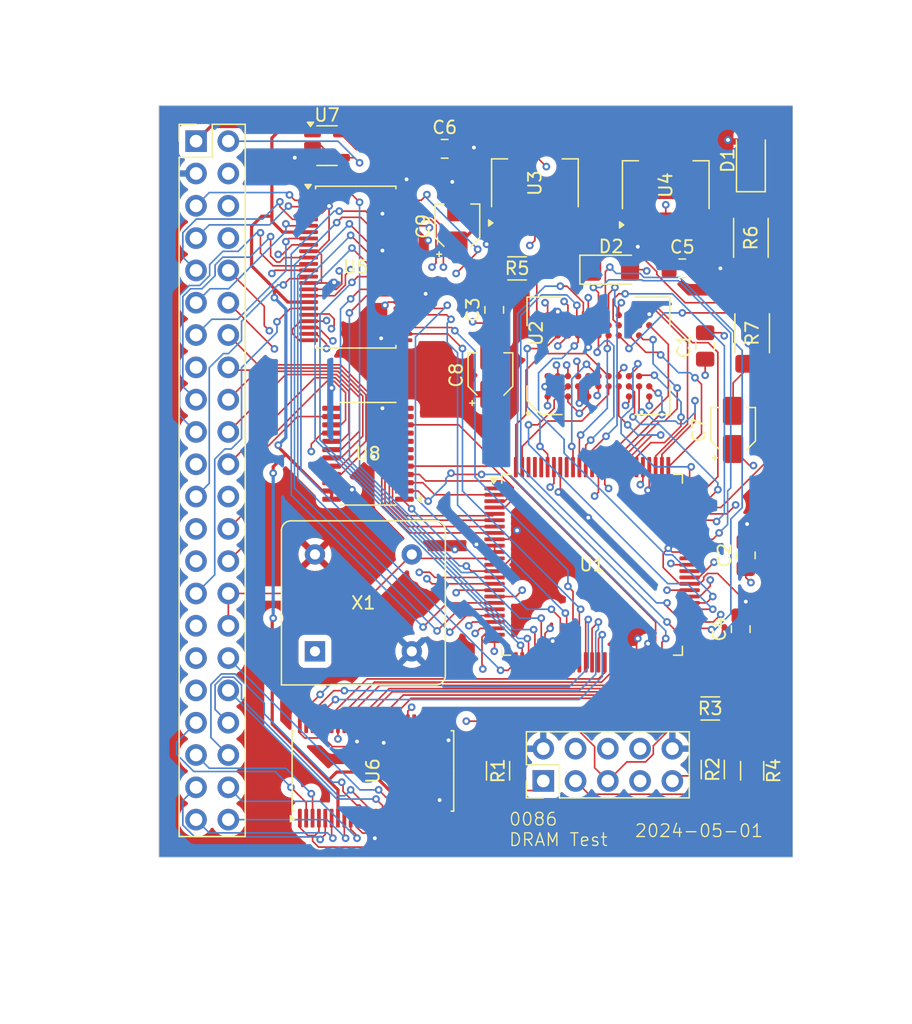
<source format=kicad_pcb>
(kicad_pcb (version 20240108) (generator "pcbnew") (generator_version "8.0")
  (layers (0 "F.Cu" signal) (1 "In1.Cu" signal) (2 "In2.Cu" signal) (31 "B.Cu" signal) (34 "B.Paste" user) (35 "F.Paste" user) (36 "B.SilkS" user "B.Silkscreen") (37 "F.SilkS" user "F.Silkscreen") (38 "B.Mask" user) (39 "F.Mask" user) (44 "Edge.Cuts" user))
  (net 0 "")
  (net 1 "GND")
  (net 2 "+1V8")
  (net 3 "+3V3")
  (net 4 "+5V")
  (net 5 "Net-(D1-K)")
  (net 6 "Net-(D2-K)")
  (net 7 "Net-(J1-Pin_9)")
  (net 8 "Net-(J1-Pin_1)")
  (net 11 "Net-(J1-Pin_5)")
  (net 13 "Net-(J1-Pin_3)")
  (net 14 "5V_A16")
  (net 15 "5V_A22")
  (net 16 "5V_A5")
  (net 17 "5V_A17")
  (net 18 "~{5V_WE}")
  (net 19 "5V_A7")
  (net 20 "5V_A13")
  (net 21 "5V_A9")
  (net 22 "5V_D7")
  (net 23 "5V_D0")
  (net 25 "5V_A3")
  (net 26 "5V_D4")
  (net 27 "5V_D2")
  (net 28 "5V_A12")
  (net 29 "5V_A18")
  (net 30 "5V_D5")
  (net 31 "5V_A0")
  (net 33 "5V_A11")
  (net 34 "5V_A20")
  (net 36 "5V_D1")
  (net 37 "DBG1")
  (net 38 "DBG0")
  (net 39 "5V_A19")
  (net 40 "5V_A14")
  (net 41 "5V_A10")
  (net 42 "5V_A6")
  (net 43 "5V_A21")
  (net 44 "5V_D6")
  (net 45 "5V_A8")
  (net 46 "~{5V_CE}")
  (net 47 "5V_A23")
  (net 48 "5V_A1")
  (net 49 "5V_A15")
  (net 50 "5V_READY")
  (net 51 "5V_D3")
  (net 52 "5V_A2")
  (net 53 "5V_A4")
  (net 54 "Net-(U2-~{DQS})")
  (net 55 "3V3_A10")
  (net 56 "3V3_A14")
  (net 57 "3V3_A22")
  (net 58 "3V3_A11")
  (net 59 "3V3_A21")
  (net 60 "3V3_READY")
  (net 61 "A5")
  (net 62 "~{CK}")
  (net 63 "3V3_A9")
  (net 64 "3V3_A8")
  (net 65 "3V3_D4")
  (net 66 "CKE")
  (net 67 "A7")
  (net 68 "A1")
  (net 69 "A13")
  (net 70 "xclk")
  (net 71 "3V3_D2")
  (net 72 "3V3_D5")
  (net 73 "3V3_A2")
  (net 74 "A8")
  (net 75 "~{CS}")
  (net 76 "3V3_A20")
  (net 77 "3V3_D6")
  (net 78 "3V3_D7")
  (net 79 "CK")
  (net 81 "3V3_A23")
  (net 82 "DQ3")
  (net 83 "3V3_A15")
  (net 85 "~{3V3_CE}")
  (net 86 "A4")
  (net 87 "A11")
  (net 88 "ODT")
  (net 89 "~{3V3_WE}")
  (net 91 "DQ2")
  (net 92 "3V3_A13")
  (net 93 "A6")
  (net 94 "3V3_A6")
  (net 95 "Net-(U1-IO1_49)")
  (net 96 "~{WE}")
  (net 97 "3V3_A18")
  (net 99 "A9")
  (net 100 "3V3_A17")
  (net 102 "3V3_A5")
  (net 103 "3V3_A7")
  (net 105 "DQ0")
  (net 106 "BA1")
  (net 107 "A10")
  (net 109 "~{CAS}")
  (net 110 "~{RAS}")
  (net 111 "3V3_A0")
  (net 112 "3V3_D3")
  (net 113 "3V3_A4")
  (net 114 "3V3_D1")
  (net 115 "A12")
  (net 116 "3V3_A3")
  (net 117 "DQ1")
  (net 118 "3V3_D0")
  (net 120 "3V3_A16")
  (net 121 "3V3_A19")
  (net 122 "BA0")
  (net 124 "A2")
  (net 125 "A0")
  (net 126 "3V3_A12")
  (net 127 "DM")
  (net 128 "3V3_A1")
  (net 130 "DQS")
  (net 131 "A3")
  (footprint "TholinsStuff:BGA_for_those_ddr2_ics_1" (layer "F.Cu") (at 162.5 86.575 90)
    (property "Reference" "U2")
    (property "Value" "K4T51043QE")
  )
  (footprint "Resistor_SMD:R_2010_5025Metric_Pad1.40x2.65mm_HandSolder" (layer "F.Cu") (at 174.6 84.8 -90)
    (property "Reference" "R7")
    (property "Value" "1K")
  )
  (footprint "Resistor_SMD:R_1206_3216Metric_Pad1.30x1.75mm_HandSolder" (layer "F.Cu") (at 174.6 119.2 90)
    (property "Reference" "R4")
    (property "Value" "10K")
  )
  (footprint "Capacitor_SMD:C_0805_2012Metric_Pad1.18x1.45mm_HandSolder" (layer "F.Cu") (at 170.9 85.8 90)
    (property "Reference" "C1")
    (property "Value" "100nF")
  )
  (footprint "Package_TO_SOT_SMD:SOT-223-3_TabPin2" (layer "F.Cu") (at 167.8 73.15 90)
    (property "Reference" "U4")
    (property "Value" "AMS1117-3.3")
  )
  (footprint "Capacitor_SMD:C_0805_2012Metric_Pad1.18x1.45mm_HandSolder" (layer "F.Cu") (at 150.4 70.3)
    (property "Reference" "C6")
    (property "Value" "100nF")
  )
  (footprint "Capacitor_SMD:C_0805_2012Metric_Pad1.18x1.45mm_HandSolder" (layer "F.Cu") (at 154.3 82.9625 90)
    (property "Reference" "C3")
    (property "Value" "100nF")
  )
  (footprint "Package_TO_SOT_SMD:SOT-23-5" (layer "F.Cu") (at 141.1375 70.05)
    (property "Reference" "U7")
    (property "Value" "SN74LV1T34DCK")
  )
  (footprint "Capacitor_SMD:C_0805_2012Metric_Pad1.18x1.45mm_HandSolder" (layer "F.Cu") (at 173.7 108.0625 90)
    (property "Reference" "C4")
    (property "Value" "100nF")
  )
  (footprint "Resistor_SMD:R_2010_5025Metric_Pad1.40x2.65mm_HandSolder" (layer "F.Cu") (at 174.5 77.3 -90)
    (property "Reference" "R6")
    (property "Value" "1K")
  )
  (footprint "Capacitor_SMD:CP_Elec_3x5.4" (layer "F.Cu") (at 173.1 92.4 90)
    (property "Reference" "C7")
    (property "Value" "10µF")
  )
  (footprint "Package_SO:TSSOP-24_4.4x7.8mm_P0.65mm" (layer "F.Cu") (at 144.3625 94.275 180)
    (property "Reference" "U8")
    (property "Value" "SN74LVC8T245")
  )
  (footprint "LED_SMD:LED_1206_3216Metric_Pad1.42x1.75mm_HandSolder" (layer "F.Cu") (at 174.5 71.2125 90)
    (property "Reference" "D1")
    (property "Value" "LED")
  )
  (footprint "Package_SO:TSSOP-48_6.1x12.5mm_P0.5mm" (layer "F.Cu") (at 144.75 119.2125 90)
    (property "Reference" "U6")
    (property "Value" "SN74ALVC164245DGG")
  )
  (footprint "LED_SMD:LED_1206_3216Metric_Pad1.42x1.75mm_HandSolder" (layer "F.Cu") (at 163.5 79.8)
    (property "Reference" "D2")
    (property "Value" "LED")
  )
  (footprint "Resistor_SMD:R_1206_3216Metric_Pad1.30x1.75mm_HandSolder" (layer "F.Cu") (at 154.6 119.2 90)
    (property "Reference" "R1")
    (property "Value" "10K")
  )
  (footprint "Package_QFP:LQFP-100_14x14mm_P0.5mm" (layer "F.Cu") (at 162 103)
    (property "Reference" "U1")
    (property "Value" "EPM240T100")
  )
  (footprint "Connector_PinHeader_2.54mm:PinHeader_2x05_P2.54mm_Vertical" (layer "F.Cu") (at 158.16 120 90)
    (property "Reference" "J1" (hide yes))
    (property "Value" "JTAG" (hide yes))
  )
  (footprint "Package_TO_SOT_SMD:SOT-223-3_TabPin2" (layer "F.Cu") (at 157.5 73 90)
    (property "Reference" "U3")
    (property "Value" "AMS1117-1.8")
  )
  (footprint "Capacitor_SMD:CP_Elec_3x5.4" (layer "F.Cu") (at 151.4 76.4 90)
    (property "Reference" "C9")
    (property "Value" "10µF")
  )
  (footprint "Connector_PinHeader_2.54mm:PinHeader_2x22_P2.54mm_Vertical" (layer "F.Cu") (at 130.83 69.7)
    (property "Reference" "J2" (hide yes))
    (property "Value" "Conn_02x22_Odd_Even" (hide yes))
  )
  (footprint "Resistor_SMD:R_1206_3216Metric_Pad1.30x1.75mm_HandSolder" (layer "F.Cu") (at 171.5 119.1 90)
    (property "Reference" "R2")
    (property "Value" "10K")
  )
  (footprint "Resistor_SMD:R_1206_3216Metric_Pad1.30x1.75mm_HandSolder" (layer "F.Cu") (at 156.1 79.7)
    (property "Reference" "R5")
    (property "Value" "1K")
  )
  (footprint "Capacitor_SMD:C_0805_2012Metric_Pad1.18x1.45mm_HandSolder" (layer "F.Cu") (at 169.1 79.7)
    (property "Reference" "C5")
    (property "Value" "100nF")
  )
  (footprint "Package_SO:TSSOP-48_6.1x12.5mm_P0.5mm" (layer "F.Cu") (at 143.4 79.6)
    (property "Reference" "U5")
    (property "Value" "SN74ALVC164245DGG")
  )
  (footprint "Resistor_SMD:R_1206_3216Metric_Pad1.30x1.75mm_HandSolder" (layer "F.Cu") (at 171.3 114.3)
    (property "Reference" "R3")
    (property "Value" "10K")
  )
  (footprint "Oscillator:Oscillator_DIP-8" (layer "F.Cu") (at 140.19 109.81)
    (property "Reference" "X1")
    (property "Value" "25MHz")
  )
  (footprint "Capacitor_SMD:C_0805_2012Metric_Pad1.18x1.45mm_HandSolder" (layer "F.Cu") (at 174.1 102.2625 90)
    (property "Reference" "C2")
    (property "Value" "100nF")
  )
  (footprint "Capacitor_SMD:CP_Elec_3x5.4" (layer "F.Cu") (at 154 88.1 90)
    (property "Reference" "C8")
    (property "Value" "10µF")
  )
  (gr_rect (start 127.9 66.9) (end 177.8 126) (stroke (width 0.05)) (fill none) (layer "Edge.Cuts"))
  (gr_text "0086\nDRAM Test" (at 155.4 125.2 0) (layer "F.SilkS") (effects (font (size 1 1) (thickness 0.1)) (justify left bottom)))
  (gr_text "2024-05-01" (at 165.3 124.5 0) (layer "F.SilkS") (effects (font (size 1 1) (thickness 0.1)) (justify left bottom)))
  (segment (start 145.55 85.35) (end 145.4 85.2) (width 0.127) (layer "F.Cu") (net 1))
  (segment (start 140.5 116.237499) (end 140.881251 116.618749) (width 0.127) (layer "F.Cu") (net 1))
  (segment (start 171.8865 103.6865) (end 171.087301 103.6865) (width 0.127) (layer "F.Cu") (net 1))
  (segment (start 166.425 83.375) (end 165.7 83.375) (width 0.127) (layer "F.Cu") (net 1))
  (segment (start 146 116.6) (end 145.6 117) (width 0.127) (layer "F.Cu") (net 1))
  (segment (start 170.7865 103.987301) (end 170.7865 104.188499) (width 0.127) (layer "F.Cu") (net 1))
  (segment (start 173.7 106.3) (end 174.1 105.9) (width 0.127) (layer "F.Cu") (net 1))
  (segment (start 149.562501 116.8) (end 150.7 116.8) (width 0.127) (layer "F.Cu") (net 1))
  (segment (start 139 122.925) (end 139 123.662499) (width 0.127) (layer "F.Cu") (net 1))
  (segment (start 168.875001 104.5) (end 167.6 103.224999) (width 0.127) (layer "F.Cu") (net 1))
  (segment (start 139 123.662499) (end 139.624401 124.2869) (width 0.127) (layer "F.Cu") (net 1))
  (segment (start 154 86.6) (end 155.2155 85.3845) (width 0.127) (layer "F.Cu") (net 1))
  (segment (start 159 109.1) (end 158.9 109) (width 0.127) (layer "F.Cu") (net 1))
  (segment (start 150.5 116.6) (end 150.7 116.8) (width 0.127) (layer "F.Cu") (net 1))
  (segment (start 141.05 83.85) (end 141.1 83.8) (width 0.127) (layer "F.Cu") (net 1))
  (segment (start 139.38125 116.618749) (end 140.881251 116.618749) (width 0.127) (layer "F.Cu") (net 1))
  (segment (start 174.5 79.7) (end 172.1 79.7) (width 0.127) (layer "F.Cu") (net 1))
  (segment (start 139.6875 80.85) (end 141.65 80.85) (width 0.127) (layer "F.Cu") (net 1))
  (segment (start 153 101.5) (end 152.9 101.4) (width 0.127) (layer "F.Cu") (net 1))
  (segment (start 139.624401 124.2869) (end 140.1869 124.2869) (width 0.127) (layer "F.Cu") (net 1))
  (segment (start 144.440052 124.1) (end 145 123.540052) (width 0.127) (layer "F.Cu") (net 1))
  (segment (start 149 122.925) (end 149.5 122.925) (width 0.127) (layer "F.Cu") (net 1))
  (segment (start 144.5 124.1) (end 144.9 124.5) (width 0.127) (layer "F.Cu") (net 1))
  (segment (start 167.6 102.1) (end 168 101.7) (width 0.127) (layer "F.Cu") (net 1))
  (segment (start 149 115.5) (end 149 116.237499) (width 0.127) (layer "F.Cu") (net 1))
  (segment (start 147.1125 80.85) (end 148.05 80.85) (width 0.127) (layer "F.Cu") (net 1))
  (segment (start 170.474999 104.5) (end 169.675 104.5) (width 0.127) (layer "F.Cu") (net 1))
  (segment (start 158.5 88.175) (end 158.5 88.8) (width 0.127) (layer "F.Cu") (net 1))
  (segment (start 140.473801 125.2) (end 144.2 125.2) (width 0.127) (layer "F.Cu") (net 1))
  (segment (start 146.662499 124) (end 146.1 124) (width 0.127) (layer "F.Cu") (net 1))
  (segment (start 164.632093 90.478506) (end 164.9 90.210599) (width 0.127) (layer "F.Cu") (net 1))
  (segment (start 148.05 80.85) (end 148.9 81.7) (width 0.127) (layer "F.Cu") (net 1))
  (segment (start 151.4375 70.3) (end 152.6 70.3) (width 0.127) (layer "F.Cu") (net 1))
  (segment (start 172.1625 84.7625) (end 172.4 85) (width 0.127) (layer "F.Cu") (net 1))
  (segment (start 147.1125 83.85) (end 146.375001 83.85) (width 0.127) (layer "F.Cu") (net 1))
  (segment (start 138.950001 85.35) (end 138.4 84.799999) (width 0.127) (layer "F.Cu") (net 1))
  (segment (start 139 116.237499) (end 139.38125 116.618749) (width 0.127) (layer "F.Cu") (net 1))
  (segment (start 158.5 88.175) (end 159.3 88.975) (width 0.127) (layer "F.Cu") (net 1))
  (segment (start 154.325 101.5) (end 153 101.5) (width 0.127) (layer "F.Cu") (net 1))
  (segment (start 148.5 122.925) (end 149 122.925) (width 0.127) (layer "F.Cu") (net 1))
  (segment (start 141.562501 117.3) (end 143.1 117.3) (width 0.127) (layer "F.Cu") (net 1))
  (segment (start 147 123.662499) (end 146.662499 124) (width 0.127) (layer "F.Cu") (net 1))
  (segment (start 161.7 88.175) (end 160.9 88.975) (width 0.127) (layer "F.Cu") (net 1))
  (segment (start 171.087301 103.6865) (end 170.7865 103.987301) (width 0.127) (layer "F.Cu") (net 1))
  (segment (start 140.5 115.5) (end 140.5 116.237499) (width 0.127) (layer "F.Cu") (net 1))
  (segment (start 146 115.5) (end 146 116.6) (width 0.127) (layer "F.Cu") (net 1))
  (segment (start 143.937501 124.1) (end 144.440052 124.1) (width 0.127) (layer "F.Cu") (net 1))
  (segment (start 159.5 95.325) (end 159.5 97.128995) (width 0.127) (layer "F.Cu") (net 1))
  (segment (start 169.675 104.5) (end 168.875001 104.5) (width 0.127) (layer "F.Cu") (net 1))
  (segment (start 154.325 101.5) (end 154.325 102) (width 0.127) (layer "F.Cu") (net 1))
  (segment (start 145.762499 123.9) (end 146 123.662499) (width 0.127) (layer "F.Cu") (net 1))
  (segment (start 140.75 75.35) (end 141.3 74.8) (width 0.127) (layer "F.Cu") (net 1))
  (segment (start 154.3 81.925) (end 154.3 79.95) (width 0.127) (layer "F.Cu") (net 1))
  (segment (start 167.6 103.224999) (end 167.6 102.1) (width 0.127) (layer "F.Cu") (net 1))
  (segment (start 140.1869 124.2869) (end 140 124.473801) (width 0.127) (layer "F.Cu") (net 1))
  (segment (start 173.1 90.9) (end 173.1 88.7) (width 0.127) (layer "F.Cu") (net 1))
  (segment (start 140.7 78.625001) (end 140.7 80.8) (width 0.127) (layer "F.Cu") (net 1))
  (segment (start 170.7865 104.188499) (end 170.474999 104.5) (width 0.127) (layer "F.Cu") (net 1))
  (segment (start 154.3 79.95) (end 154.55 79.7) (width 0.127) (layer "F.Cu") (net 1))
  (segment (start 154.55 78.65) (end 153.7 77.8) (width 0.127) (layer "F.Cu") (net 1))
  (segment (start 147.1125 75.35) (end 145.55 75.35) (width 0.127) (layer "F.Cu") (net 1))
  (segment (start 148 122.925) (end 148.5 122.925) (width 0.127) (layer "F.Cu") (net 1))
  (segment (start 147 122.925) (end 147 123.662499) (width 0.127) (layer "F.Cu") (net 1))
  (segment (start 159.3 84.175) (end 158.5 84.975) (width 0.127) (layer "F.Cu") (net 1))
  (segment (start 161.7 84.975) (end 161.7 85.9) (width 0.127) (layer "F.Cu") (net 1))
  (segment (start 145.55 78.35) (end 145.5 78.3) (width 0.127) (layer "F.Cu") (net 1))
  (segment (start 139.6875 75.35) (end 140.75 75.35) (width 0.127) (layer "F.Cu") (net 1))
  (segment (start 155.2 76.3) (end 153.7 77.8) (width 0.127) (layer "F.Cu") (net 1))
  (segment (start 170.1375 79.7) (end 172.1 79.7) (width 0.127) (layer "F.Cu") (net 1))
  (segment (start 161.7 84.975) (end 160.9 84.175) (width 0.127) (layer "F.Cu") (net 1))
  (segment (start 145.55 75.35) (end 145.5 75.4) (width 0.127) (layer "F.Cu") (net 1))
  (segment (start 145 123.540052) (end 145 122.925) (width 0.127) (layer "F.Cu") (net 1))
  (segment (start 149.5 122.925) (end 150 122.925) (width 0.127) (layer "F.Cu") (net 1))
  (segment (start 165.5 77.9) (end 165.6 78) (width 0.127) (layer "F.Cu") (net 1))
  (segment (start 150.5 115.5) (end 150.5 116.6) (width 0.127) (layer "F.Cu") (net 1))
  (segment (start 170.9 84.7625) (end 172.1625 84.7625) (width 0.127) (layer "F.Cu") (net 1))
  (segment (start 147.1125 85.35) (end 145.55 85.35) (width 0.127) (layer "F.Cu") (net 1))
  (segment (start 173.1 88.7) (end 174.6 87.2) (width 0.127) (layer "F.Cu") (net 1))
  (segment (start 143.5 122.925) (end 143.5 123.662499) (width 0.127) (layer "F.Cu") (net 1))
  (segment (start 145.237501 123.9) (end 145.762499 123.9) (width 0.127) (layer "F.Cu") (net 1))
  (segment (start 169.675 102) (end 168.3 102) (width 0.127) (layer "F.Cu") (net 1))
  (segment (start 174.6 85.9) (end 174.3 85.6) (width 0.127) (layer "F.Cu") (net 1))
  (segment (start 144.440052 124.1) (end 144.5 124.1) (width 0.127) (layer "F.Cu") (net 1))
  (segment (start 139.6875 83.85) (end 141.05 83.85) (width 0.127) (layer "F.Cu") (net 1))
  (segment (start 146.375001 83.85) (end 145.4 84.825001) (width 0.127) (layer "F.Cu") (net 1))
  (segment (start 149 116.237499) (end 149.562501 116.8) (width 0.127) (layer "F.Cu") (net 1))
  (segment (start 140 124.473801) (end 140 124.726199) (width 0.127) (layer "F.Cu") (net 1))
  (segment (start 139.05 83.85) (end 139.6875 83.85) (width 0.127) (layer "F.Cu") (net 1))
  (segment (start 140.5 122.925) (end 140.5 123.973801) (width 0.127) (layer "F.Cu") (net 1))
  (segment (start 146 123.9) (end 146 122.925) (width 0.127) (layer "F.Cu") (net 1))
  (segment (start 140 124.726199) (end 140.473801 125.2) (width 0.127) (layer "F.Cu") (net 1))
  (segment (start 152.6 70.3) (end 152.7 70.2) (width 0.127) (layer "F.Cu") (net 1))
  (segment (start 159.3 84.175) (end 159.3 83.1) (width 0.127) (layer "F.Cu") (net 1))
  (segment (start 143.5 115.5) (end 143.5 116.9) (width 0.127) (layer "F.Cu") (net 1))
  (segment (start 147.225 90.7) (end 145.5 90.7) (width 0.127) (layer "F.Cu") (net 1))
  (segment (start 151.4 73.3) (end 151 72.9) (width 0.127) (layer "F.Cu") (net 1))
  (segment (start 174.1 101.225) (end 174.1 99.9) (width 0.127) (layer "F.Cu") (net 1))
  (segment (start 141.5 90.7) (end 141.5 89.1) (width 0.127) (layer "F.Cu") (net 1))
  (segment (start 139.6875 85.35) (end 138.950001 85.35) (width 0.127) (layer "F.Cu") (net 1))
  (segment (start 142.55 96.55) (end 143.1 97.1) (width 0.127) (layer "F.Cu") (net 1))
  (segment (start 147.1125 72.9875) (end 147.4 72.7) (width 0.127) (layer "F.Cu") (net 1))
  (segment (start 150.5 122.925) (end 150 122.925) (width 0.127) (layer "F.Cu") (net 1))
  (segment (start 168.3 102) (end 168 101.7) (width 0.127) (layer "F.Cu") (net 1))
  (segment (start 160.9 88.975) (end 160.9 90.2) (width 0.127) (layer "F.Cu") (net 1))
  (segment (start 155.2 76.15) (end 155.2 76.3) (width 0.127) (layer "F.Cu") (net 1))
  (segment (start 173.7 107.025) (end 173.7 106.3) (width 0.127) (layer "F.Cu") (net 1))
  (segment (start 140.424999 78.35) (end 140.7 78.625001) (width 0.127) (layer "F.Cu") (net 1))
  (segment (start 145.4 84.825001) (end 145.4 85.2) (width 0.127) (layer "F.Cu") (net 1))
  (segment (start 140.424999 78.35) (end 139.6875 78.35) (width 0.127) (layer "F.Cu") (net 1))
  (segment (start 147.1125 78.35) (end 145.55 78.35) (width 0.127) (layer "F.Cu") (net 1))
  (segment (start 145 123.662499) (end 145.237501 123.9) (width 0.127) (layer "F.Cu") (net 1))
  (segment (start 143.5 123.662499) (end 143.937501 124.1) (width 0.127) (layer "F.Cu") (net 1))
  (segment (start 157.97 117.65) (end 158.16 117.46) (width 0.127) (layer "F.Cu") (net 1))
  (segment (start 140.881251 116.618749) (end 141.562501 117.3) (width 0.127) (layer "F.Cu") (net 1))
  (segment (start 143.1 117.3) (end 143.5 116.9) (width 0.127) (layer "F.Cu") (net 1))
  (segment (start 147.1125 73.85) (end 147.1125 72.9875) (width 0.127) (layer "F.Cu") (net 1))
  (segment (start 159.5 97.128995) (end 159.343122 97.285873) (width 0.127) (layer "F.Cu") (net 1))
  (segment (start 150 122.925) (end 150 121.5) (width 0.127) (layer "F.Cu") (net 1))
  (segment (start 154.6 117.65) (end 157.97 117.65) (width 0.127) (layer "F.Cu") (net 1))
  (segment (start 174.6 87.2) (end 174.6 85.9) (width 0.127) (layer "F.Cu") (net 1))
  (segment (start 166 110.675) (end 166 109.6) (width 0.127) (layer "F.Cu") (net 1))
  (segment (start 164.9 90.210599) (end 164.9 89.775) (width 0.127) (layer "F.Cu") (net 1))
  (segment (start 158.5 88.8) (end 158.3 89) (width 0.127) (layer "F.Cu") (net 1))
  (segment (start 165.5 76.3) (end 165.5 77.9) (width 0.127) (layer "F.Cu") (net 1))
  (segment (start 141.3 77.474999) (end 140.424999 78.35) (width 0.127) (layer "F.Cu") (net 1))
  (segment (start 174.1 105.9) (end 171.8865 103.6865) (width 0.127) (layer "F.Cu") (net 1))
  (segment (start 141.65 80.85) (end 141.7 80.8) (width 0.127) (layer "F.Cu") (net 1))
  (segment (start 166.5 95.325) (end 166.5 97.050004) (width 0.127) (layer "F.Cu") (net 1))
  (segment (start 140 71) (end 138.6 71) (width 0.127) (layer "F.Cu") (net 1))
  (segment (start 174.1 99.9) (end 174.2 99.8) (width 0.127) (layer "F.Cu") (net 1))
  (segment (start 140.35 73.85) (end 141.3 74.8) (width 0.127) (layer "F.Cu") (net 1))
  (segment (start 138.4 84.799999) (end 138.4 84.5) (width 0.127) (layer "F.Cu") (net 1))
  (segment (start 146 123.662499) (end 146 122.925) (width 0.127) (layer "F.Cu") (net 1))
  (segment (start 145 122.925) (end 145 123.662499) (width 0.127) (layer "F.Cu") (net 1))
  (segment (start 166.5 83.3) (end 166.425 83.375) (width 0.127) (layer "F.Cu") (net 1))
  (segment (start 140.65 80.85) (end 139.6875 80.85) (width 0.127) (layer "F.Cu") (net 1))
  (segment (start 160.9 90.2) (end 161 90.3) (width 0.127) (layer "F.Cu") (net 1))
  (segment (start 155.2155 85.3845) (end 155.2155 82.8405) (width 0.127) (layer "F.Cu") (net 1))
  (segment (start 140.5 123.973801) (end 140.1869 124.2869) (width 0.127) (layer "F.Cu") (net 1))
  (segment (start 141.5 96.55) (end 142.55 96.55) (width 0.127) (layer "F.Cu") (net 1))
  (segment (start 144.2 125.2) (end 144.9 124.5) (width 0.127) (layer "F.Cu") (net 1))
  (segment (start 139 115.5) (end 139 116.237499) (width 0.127) (layer "F.Cu") (net 1))
  (segment (start 166 109.6) (end 166.4 109.2) (width 0.127) (layer "F.Cu") (net 1))
  (segment (start 138.4 84.5) (end 139.05 83.85) (width 0.127) (layer "F.Cu") (net 1))
  (segment (start 151.4 74.9) (end 151.4 73.3) (width 0.127) (layer "F.Cu") (net 1))
  (segment (start 147.225 90.7) (end 147.225 91.35) (width 0.127) (layer "F.Cu") (net 1))
  (segment (start 141.3 74.8) (end 141.3 77.474999) (width 0.127) (layer "F.Cu") (net 1))
  (segment (start 159 110.675) (end 159 109.1) (width 0.127) (layer "F.Cu") (net 1))
  (segment (start 140.7 80.8) (end 140.65 80.85) (width 0.127) (layer "F.Cu") (net 1))
  (segment (start 139.6875 73.85) (end 140.35 73.85) (width 0.127) (layer "F.Cu") (net 1))
  (segment (start 154.55 79.7) (end 154.55 78.65) (width 0.127) (layer "F.Cu") (net 1))
  (segment (start 155.2155 82.8405) (end 154.3 81.925) (width 0.127) (layer "F.Cu") (net 1))
  (segment (start 146.1 124) (end 146 123.9) (width 0.127) (layer "F.Cu") (net 1))
  (segment (start 166.5 97.050004) (end 166.400002 97.150002) (width 0.127) (layer "F.Cu") (net 1))
  (via (at 143.5 116.9) (size 0.6) (drill 0.3) (layers "F.Cu" "B.Cu") (net 1))
  (via (at 158.9 109) (size 0.6) (drill 0.3) (layers "F.Cu" "B.Cu") (net 1))
  (via (at 166.4 109.2) (size 0.6) (drill 0.3) (layers "F.Cu" "B.Cu") (net 1))
  (via (at 158.3 89) (size 0.6) (drill 0.3) (layers "F.Cu" "B.Cu") (net 1))
  (via (at 152.7 70.2) (size 0.6) (drill 0.3) (layers "F.Cu" "B.Cu") (net 1))
  (via (at 165.6 78) (size 0.6) (drill 0.3) (layers "F.Cu" "B.Cu") (net 1))
  (via (at 174.2 99.8) (size 0.6) (drill 0.3) (layers "F.Cu" "B.Cu") (net 1))
  (via (at 172.1 79.7) (size 0.6) (drill 0.3) (layers "F.Cu" "B.Cu") (net 1))
  (via (at 153.7 77.8) (size 0.6) (drill 0.3) (layers "F.Cu" "B.Cu") (net 1))
  (via (at 138.6 71) (size 0.6) (drill 0.3) (layers "F.Cu" "B.Cu") (net 1))
  (via (at 174.3 85.6) (size 0.6) (drill 0.3) (layers "F.Cu" "B.Cu") (net 1))
  (via (at 145.4 85.2) (size 0.6) (drill 0.3) (layers "F.Cu" "B.Cu") (net 1))
  (via (at 166.5 83.3) (size 0.6) (drill 0.3) (layers "F.Cu" "B.Cu") (net 1))
  (via (at 144.8 94.5) (size 0.6) (drill 0.3) (layers "F.Cu" "B.Cu") (net 1))
  (via (at 141.5 89.1) (size 0.6) (drill 0.3) (layers "F.Cu" "B.Cu") (net 1))
  (via (at 166.400002 97.150002) (size 0.6) (drill 0.3) (layers "F.Cu" "B.Cu") (net 1))
  (via (at 172.4 85) (size 0.6) (drill 0.3) (layers "F.Cu" "B.Cu") (net 1))
  (via (at 145.5 90.7) (size 0.6) (drill 0.3) (layers "F.Cu" "B.Cu") (net 1))
  (via (at 145.5 75.4) (size 0.6) (drill 0.3) (layers "F.Cu" "B.Cu") (net 1))
  (via (at 161 90.3) (size 0.6) (drill 0.3) (layers "F.Cu" "B.Cu") (net 1))
  (via (at 141.1 83.8) (size 0.6) (drill 0.3) (layers "F.Cu" "B.Cu") (net 1))
  (via (at 151 72.9) (size 0.6) (drill 0.3) (layers "F.Cu" "B.Cu") (net 1))
  (via (at 145.6 117) (size 0.6) (drill 0.3) (layers "F.Cu" "B.Cu") (net 1))
  (via (at 148.9 81.7) (size 0.6) (drill 0.3) (layers "F.Cu" "B.Cu") (net 1))
  (via (at 174.1 105.9) (size 0.6) (drill 0.3) (layers "F.Cu" "B.Cu") (net 1))
  (via (at 143.1 97.1) (size 0.6) (drill 0.3) (layers "F.Cu" "B.Cu") (net 1))
  (via (at 144.9 124.5) (size 0.6) (drill 0.3) (layers "F.Cu" "B.Cu") (net 1))
  (via (at 150 121.5) (size 0.6) (drill 0.3) (layers "F.Cu" "B.Cu") (net 1))
  (via (at 161.7 85.9) (size 0.6) (drill 0.3) (layers "F.Cu" "B.Cu") (net 1))
  (via (at 164.632093 90.478506) (size 0.6) (drill 0.3) (layers "F.Cu" "B.Cu") (net 1))
  (via (at 145.5 78.3) (size 0.6) (drill 0.3) (layers "F.Cu" "B.Cu") (net 1))
  (via (at 159.3 83.1) (size 0.6) (drill 0.3) (layers "F.Cu" "B.Cu") (net 1))
  (via (at 150.7 116.8) (size 0.6) (drill 0.3) (layers "F.Cu" "B.Cu") (net 1))
  (via (at 147.4 72.7) (size 0.6) (drill 0.3) (layers "F.Cu" "B.Cu") (net 1))
  (via (at 168 101.7) (size 0.6) (drill 0.3) (layers "F.Cu" "B.Cu") (net 1))
  (via (at 141.7 80.8) (size 0.6) (drill 0.3) (layers "F.Cu" "B.Cu") (net 1))
  (via (at 152.9 101.4) (size 0.6) (drill 0.3) (layers "F.Cu" "B.Cu") (net 1))
  (via (at 161.7 99.3) (size 0.6) (drill 0.3) (layers "F.Cu" "B.Cu") (net 1))
  (via (at 159.343122 97.285873) (size 0.6) (drill 0.3) (layers "F.Cu" "B.Cu") (net 1))
  (via (at 141.3 74.8) (size 0.6) (drill 0.3) (layers "F.Cu" "B.Cu") (net 1))
  (segment (start 157.5 77.5) (end 157.1 77.9) (width 0.127) (layer "F.Cu") (net 2))
  (segment (start 157.5 76.15) (end 157.5 77.5) (width 0.127) (layer "F.Cu") (net 2))
  (segment (start 160.1 90.2) (end 161 91.1) (width 0.127) (layer "F.Cu") (net 2))
  (segment (start 164.1 83.375) (end 164.1 82.6) (width 0.127) (layer "F.Cu") (net 2))
  (segment (start 161.7 90.4) (end 161 91.1) (width 0.127) (layer "F.Cu") (net 2))
  (segment (start 170.9 86.8375) (end 170.9 88.1) (width 0.127) (layer "F.Cu") (net 2))
  (segment (start 160.1 84.975) (end 160.1 85) (width 0.127) (layer "F.Cu") (net 2))
  (segment (start 166.5 89.775) (end 166.5 90.5) (width 0.127) (layer "F.Cu") (net 2))
  (segment (start 164.1 82.6) (end 164.3 82.4) (width 0.127) (layer "F.Cu") (net 2))
  (segment (start 157.5 70.8) (end 158.4 71.7) (width 0.127) (layer "F.Cu") (net 2))
  (segment (start 166.2 79.8) (end 166.3 79.9) (width 0.127) (layer "F.Cu") (net 2))
  (segment (start 169.675 105) (end 167.9 105) (width 0.127) (layer "F.Cu") (net 2))
  (segment (start 166 95.325) (end 166 96.5) (width 0.127) (layer "F.Cu") (net 2))
  (segment (start 174.4 95.2) (end 174.7 95.2) (width 0.127) (layer "F.Cu") (net 2))
  (segment (start 152.7 84) (end 152.6 83.9) (width 0.127) (layer "F.Cu") (net 2))
  (segment (start 159 96.6) (end 158.7 96.9) (width 0.127) (layer "F.Cu") (net 2))
  (segment (start 159 95.325) (end 159 96.6) (width 0.127) (layer "F.Cu") (net 2))
  (segment (start 166 96.5) (end 165.8 96.7) (width 0.127) (layer "F.Cu") (net 2))
  (segment (start 161.7 82) (end 161.7 83.375) (width 0.127) (layer "F.Cu") (net 2))
  (segment (start 174.1 104) (end 174.5 104.4) (width 0.127) (layer "F.Cu") (net 2))
  (segment (start 154.3 84) (end 152.7 84) (width 0.127) (layer "F.Cu") (net 2))
  (segment (start 160.1 82.6) (end 159.8 82.3) (width 0.127) (layer "F.Cu") (net 2))
  (segment (start 174.1 103.3) (end 174.1 104) (width 0.127) (layer "F.Cu") (net 2))
  (segment (start 173.1 93.9) (end 174.4 95.2) (width 0.127) (layer "F.Cu") (net 2))
  (segment (start 158.5 89.775) (end 158.5 90.5) (width 0.127) (layer "F.Cu") (net 2))
  (segment (start 161.7 89.775) (end 161.7 90.4) (width 0.127) (layer "F.Cu") (net 2))
  (segment (start 161.7 88.975) (end 161.7 89.775) (width 0.127) (layer "F.Cu") (net 2))
  (segment (start 158.5 82.6) (end 158.3 82.4) (width 0.127) (layer "F.Cu") (net 2))
  (segment (start 160.1 88.175) (end 160.1 87.4) (width 0.127) (layer "F.Cu") (net 2))
  (segment (start 157.5 69.85) (end 157.5 70.8) (width 0.127) (layer "F.Cu") (net 2))
  (segment (start 160.1 89.775) (end 160.1 90.2) (width 0.127) (layer "F.Cu") (net 2))
  (segment (start 160.1 87.4) (end 160 87.3) (width 0.127) (layer "F.Cu") (net 2))
  (segment (start 160.1 85) (end 159.3 85.8) (width 0.127) (layer "F.Cu") (net 2))
  (segment (start 164.9875 79.8) (end 166.2 79.8) (width 0.127) (layer "F.Cu") (net 2))
  (segment (start 158.5 83.375) (end 158.5 82.6) (width 0.127) (layer "F.Cu") (net 2))
  (segment (start 160.1 83.375) (end 160.1 82.6) (width 0.127) (layer "F.Cu") (net 2))
  (via (at 164.3 82.4) (size 0.6) (drill 0.3) (layers "F.Cu" "B.Cu") (net 2))
  (via (at 161 91.1) (size 0.6) (drill 0.3) (layers "F.Cu" "B.Cu") (net 2))
  (via (at 158.4 71.7) (size 0.6) (drill 0.3) (layers "F.Cu" "B.Cu") (net 2))
  (via (at 159.8 82.3) (size 0.6) (drill 0.3) (layers "F.Cu" "B.Cu") (net 2))
  (via (at 152.6 83.9) (size 0.6) (drill 0.3) (layers "F.Cu" "B.Cu") (net 2))
  (via (at 170.9 88.1) (size 0.6) (drill 0.3) (layers "F.Cu" "B.Cu") (net 2))
  (via (at 167.9 105) (size 0.6) (drill 0.3) (layers "F.Cu" "B.Cu") (net 2))
  (via (at 160 87.3) (size 0.6) (drill 0.3) (layers "F.Cu" "B.Cu") (net 2))
  (via (at 174.7 95.2) (size 0.6) (drill 0.3) (layers "F.Cu" "B.Cu") (net 2))
  (via (at 158.3 82.4) (size 0.6) (drill 0.3) (layers "F.Cu" "B.Cu") (net 2))
  (via (at 158.5 90.5) (size 0.6) (drill 0.3) (layers "F.Cu" "B.Cu") (net 2))
  (via (at 166.5 90.5) (size 0.6) (drill 0.3) (layers "F.Cu" "B.Cu") (net 2))
  (via (at 174.5 104.4) (size 0.6) (drill 0.3) (layers "F.Cu" "B.Cu") (net 2))
  (via (at 166.3 79.9) (size 0.6) (drill 0.3) (layers "F.Cu" "B.Cu") (net 2))
  (via (at 161.7 82) (size 0.6) (drill 0.3) (layers "F.Cu" "B.Cu") (net 2))
  (via (at 158.7 96.9) (size 0.6) (drill 0.3) (layers "F.Cu" "B.Cu") (net 2))
  (via (at 165.8 96.7) (size 0.6) (drill 0.3) (layers "F.Cu" "B.Cu") (net 2))
  (via (at 157.1 77.9) (size 0.6) (drill 0.3) (layers "F.Cu" "B.Cu") (net 2))
  (via (at 159.3 85.8) (size 0.6) (drill 0.3) (layers "F.Cu" "B.Cu") (net 2))
  (segment (start 165.5 108.9) (end 165.6 108.8) (width 0.127) (layer "F.Cu") (net 3))
  (segment (start 155.4 101) (end 156.1 100.3) (width 0.127) (layer "F.Cu") (net 3))
  (segment (start 168.0625 76.5625) (end 167.8 76.3) (width 0.127) (layer "F.Cu") (net 3))
  (segment (start 145.95 82.35) (end 145.7 82.6) (width 0.127) (layer "F.Cu") (net 3))
  (segment (start 155.124999 103) (end 154.325 103) (width 0.127) (layer "F.Cu") (net 3))
  (segment (start 165.5 110.675) (end 165 110.675) (width 0.127) (layer "F.Cu") (net 3))
  (segment (start 168.3 103) (end 168.2 102.9) (width 0.127) (layer "F.Cu") (net 3))
  (segment (start 169.675 103) (end 168.3 103) (width 0.127) (layer "F.Cu") (net 3))
  (segment (start 147.225 97.85) (end 147.225 98.025) (width 0.127) (layer "F.Cu") (net 3))
  (segment (start 147.1125 82.35) (end 145.95 82.35) (width 0.127) (layer "F.Cu") (net 3))
  (segment (start 148.45 76.85) (end 149.1 77.5) (width 0.127) (layer "F.Cu") (net 3))
  (segment (start 154.325 101) (end 155.4 101) (width 0.127) (layer "F.Cu") (net 3))
  (segment (start 172.825 69.725) (end 172.7 69.6) (width 0.127) (layer "F.Cu") (net 3))
  (segment (start 156.1 100.3) (end 156.1 102.024999) (width 0.127) (layer "F.Cu") (net 3))
  (segment (start 158.3 109.675001) (end 158.3 108.4) (width 0.127) (layer "F.Cu") (net 3))
  (segment (start 158.5 109.875001) (end 158.3 109.675001) (width 0.127) (layer "F.Cu") (net 3))
  (segment (start 174.5 69.725) (end 172.825 69.725) (width 0.127) (layer "F.Cu") (net 3))
  (segment (start 167.8 76.3) (end 167.8 74.7) (width 0.127) (layer "F.Cu") (net 3))
  (segment (start 147.5 115.5) (end 147.5 114.5) (width 0.127) (layer "F.Cu") (net 3))
  (segment (start 165.5 110.675) (end 165.5 108.9) (width 0.127) (layer "F.Cu") (net 3))
  (segment (start 168.0625 79.7) (end 168.0625 76.5625) (width 0.127) (layer "F.Cu") (net 3))
  (segment (start 142 115.5) (end 142 116.7) (width 0.127) (layer "F.Cu") (net 3))
  (segment (start 147.5 114.5) (end 147.8 114.2) (width 0.127) (layer "F.Cu") (net 3))
  (segment (start 147.225 98.025) (end 147.8 98.6) (width 0.127) (layer "F.Cu") (net 3))
  (segment (start 156.1 102.024999) (end 155.124999 103) (width 0.127) (layer "F.Cu") (net 3))
  (segment (start 158.5 110.675) (end 158.5 109.875001) (width 0.127) (layer "F.Cu") (net 3))
  (segment (start 158.3 108.4) (end 158.7 108) (width 0.127) (layer "F.Cu") (net 3))
  (segment (start 147.1125 76.85) (end 148.45 76.85) (width 0.127) (layer "F.Cu") (net 3))
  (via (at 168.2 102.9) (size 0.6) (drill 0.3) (layers "F.Cu" "B.Cu") (net 3))
  (via (at 147.8 114.2) (size 0.6) (drill 0.3) (layers "F.Cu" "B.Cu") (net 3))
  (via (at 156.1 100.3) (size 0.6) (drill 0.3) (layers "F.Cu" "B.Cu") (net 3))
  (via (at 158.7 108) (size 0.6) (drill 0.3) (layers "F.Cu" "B.Cu") (net 3))
  (via (at 142 116.7) (size 0.6) (drill 0.3) (layers "F.Cu" "B.Cu") (net 3))
  (via (at 165.6 108.8) (size 0.6) (drill 0.3) (layers "F.Cu" "B.Cu") (net 3))
  (via (at 172.7 69.6) (size 0.6) (drill 0.3) (layers "F.Cu" "B.Cu") (net 3))
  (via (at 151.2 101.8) (size 0.6) (drill 0.3) (layers "F.Cu" "B.Cu") (net 3))
  (via (at 167.8 74.7) (size 0.6) (drill 0.3) (layers "F.Cu" "B.Cu") (net 3))
  (via (at 149.1 77.5) (size 0.6) (drill 0.3) (layers "F.Cu" "B.Cu") (net 3))
  (via (at 145.7 82.6) (size 0.6) (drill 0.3) (layers "F.Cu" "B.Cu") (net 3))
  (via (at 147.8 98.6) (size 0.6) (drill 0.3) (layers "F.Cu" "B.Cu") (net 3))
  (segment (start 147.8 98.6) (end 151 101.8) (width 0.127) (layer "B.Cu") (net 3))
  (segment (start 151 101.8) (end 151.2 101.8) (width 0.127) (layer "B.Cu") (net 3))
  (segment (start 170.1 76.3) (end 170.1 74.4) (width 0.25) (layer "F.Cu") (net 4))
  (segment (start 136.5 80.8) (end 135.2 79.5) (width 0.25) (layer "F.Cu") (net 4))
  (segment (start 141.5 97.2) (end 140.762501 97.2) (width 0.25) (layer "F.Cu") (net 4))
  (segment (start 135.2 79.5) (end 135.2 76.4) (width 0.25) (layer "F.Cu") (net 4))
  (segment (start 136.8 76) (end 136.8 75.599999) (width 0.25) (layer "F.Cu") (net 4))
  (segment (start 137.881251 94.318749) (end 137.3 93.737498) (width 0.25) (layer "F.Cu") (net 4))
  (segment (start 161.825 74.125) (end 159.8 76.15) (width 0.25) (layer "F.Cu") (net 4))
  (segment (start 137 82) (end 137 81.3) (width 0.25) (layer "F.Cu") (net 4))
  (segment (start 139.9 118.6) (end 136.825 115.525) (width 0.25) (layer "F.Cu") (net 4))
  (segment (start 137.3 93.737498) (end 137.3 93.6) (width 0.25) (layer "F.Cu") (net 4))
  (segment (start 147.5 122.187501) (end 144.612499 119.3) (width 0.25) (layer "F.Cu") (net 4))
  (segment (start 140.762501 97.2) (end 137.881251 94.318749) (width 0.25) (layer "F.Cu") (net 4))
  (segment (start 153.9605 74.898) (end 158.548 74.898) (width 0.25) (layer "F.Cu") (net 4))
  (segment (start 170.1 74.4) (end 169.825 74.125) (width 0.25) (layer "F.Cu") (net 4))
  (segment (start 136.000001 75.599999) (end 136.8 75.599999) (width 0.25) (layer "F.Cu") (net 4))
  (segment (start 147.5 122.925) (end 147.5 122.187501) (width 0.25) (layer "F.Cu") (net 4))
  (segment (start 136.9 95.8) (end 136.9 95.3) (width 0.25) (layer "F.Cu") (net 4))
  (segment (start 137.65 76.85) (end 136.8 76) (width 0.25) (layer "F.Cu") (net 4))
  (segment (start 136.8 75.599999) (end 136.8 69.448) (width 0.25) (layer "F.Cu") (net 4))
  (segment (start 137 81.3) (end 136.5 80.8) (width 0.25) (layer "F.Cu") (net 4))
  (segment (start 149.3625 70.3) (end 153.43125 74.36875) (width 0.25) (layer "F.Cu") (net 4))
  (segment (start 142.275 69.1) (end 141.723 68.548) (width 0.25) (layer "F.Cu") (net 4))
  (segment (start 141.25 119.95) (end 139.9 118.6) (width 0.25) (layer "F.Cu") (net 4))
  (segment (start 137.7 68.548) (end 131.982 68.548) (width 0.25) (layer "F.Cu") (net 4))
  (segment (start 169.825 74.125) (end 161.825 74.125) (width 0.25) (layer "F.Cu") (net 4))
  (segment (start 158.548 74.898) (end 159.8 76.15) (width 0.25) (layer "F.Cu") (net 4))
  (segment (start 142 122.925) (end 142 120.7) (width 0.25) (layer "F.Cu") (net 4))
  (segment (start 141.9 119.3) (end 141.25 119.95) (width 0.25) (layer "F.Cu") (net 4))
  (segment (start 153.43125 75.86875) (end 153.43125 74.36875) (width 0.25) (layer "F.Cu") (net 4))
  (segment (start 136.9 95.3) (end 137.881251 94.318749) (width 0.25) (layer "F.Cu") (net 4))
  (segment (start 136.825 107.275) (end 136.9 107.2) (width 0.25) (layer "F.Cu") (net 4))
  (segment (start 141.5 97.85) (end 141.5 97.2) (width 0.25) (layer "F.Cu") (net 4))
  (segment (start 149.3625 70.3) (end 143.475 70.3) (width 0.25) (layer "F.Cu") (net 4))
  (segment (start 137 81.3) (end 138.05 82.35) (width 0.25) (layer "F.Cu") (net 4))
  (segment (start 143.475 70.3) (end 142.275 69.1) (width 0.25) (layer "F.Cu") (net 4))
  (segment (start 139.6875 76.85) (end 137.65 76.85) (width 0.25) (layer "F.Cu") (net 4))
  (segment (start 151.4 77.9) (end 153.43125 75.86875) (width 0.25) (layer "F.Cu") (net 4))
  (segment (start 131.982 68.548) (end 130.83 69.7) (width 0.25) (layer "F.Cu") (net 4))
  (segment (start 136.8 69.448) (end 137.7 68.548) (width 0.25) (layer "F.Cu") (net 4))
  (segment (start 138.05 82.35) (end 139.6875 82.35) (width 0.25) (layer "F.Cu") (net 4))
  (segment (start 141.723 68.548) (end 137.7 68.548) (width 0.25) (layer "F.Cu") (net 4))
  (segment (start 142 120.7) (end 141.25 119.95) (width 0.25) (layer "F.Cu") (net 4))
  (segment (start 153.43125 74.36875) (end 153.9605 74.898) (width 0.25) (layer "F.Cu") (net 4))
  (segment (start 136.825 115.525) (end 136.825 107.275) (width 0.25) (layer "F.Cu") (net 4))
  (segment (start 135.2 76.4) (end 136.000001 75.599999) (width 0.25) (layer "F.Cu") (net 4))
  (segment (start 144.612499 119.3) (end 141.9 119.3) (width 0.25) (layer "F.Cu") (net 4))
  (via (at 137 82) (size 0.6) (drill 0.3) (layers "F.Cu" "B.Cu") (net 4))
  (via (at 137.3 93.6) (size 0.6) (drill 0.3) (layers "F.Cu" "B.Cu") (net 4))
  (via (at 136.9 95.8) (size 0.6) (drill 0.3) (layers "F.Cu" "B.Cu") (net 4))
  (via (at 136.9 107.2) (size 0.6) (drill 0.3) (layers "F.Cu" "B.Cu") (net 4))
  (segment (start 136.9 107.2) (end 136.9 95.8) (width 0.25) (layer "B.Cu") (net 4))
  (segment (start 137.9 93) (end 137.9 82.9) (width 0.25) (layer "B.Cu") (net 4))
  (segment (start 137.9 82.9) (end 137 82) (width 0.25) (layer "B.Cu") (net 4))
  (segment (start 137.3 93.6) (end 137.9 93) (width 0.25) (layer "B.Cu") (net 4))
  (segment (start 174.5 74.9) (end 174.5 72.7) (width 0.127) (layer "F.Cu") (net 5))
  (segment (start 163.078 78.7345) (end 162.0125 79.8) (width 0.127) (layer "F.Cu") (net 6))
  (segment (start 165.860699 78.7345) (end 163.078 78.7345) (width 0.127) (layer "F.Cu") (net 6))
  (segment (start 167.1 79.973801) (end 165.860699 78.7345) (width 0.127) (layer "F.Cu") (net 6))
  (segment (start 167.1 80.179888) (end 167.1 79.973801) (width 0.127) (layer "F.Cu") (net 6))
  (segment (start 169.320112 82.4) (end 167.1 80.179888) (width 0.127) (layer "F.Cu") (net 6))
  (segment (start 174.6 82.4) (end 169.320112 82.4) (width 0.127) (layer "F.Cu") (net 6))
  (segment (start 154.325 108) (end 153.2 108) (width 0.127) (layer "F.Cu") (net 7))
  (segment (start 174.6 120.75) (end 173.45 119.6) (width 0.127) (layer "F.Cu") (net 7))
  (segment (start 173.45 119.6) (end 168.72 119.6) (width 0.127) (layer "F.Cu") (net 7))
  (segment (start 168.72 119.6) (end 168.32 120) (width 0.127) (layer "F.Cu") (net 7))
  (segment (start 153.2 108) (end 152.8 108.4) (width 0.127) (layer "F.Cu") (net 7))
  (via (at 152.8 108.4) (size 0.6) (drill 0.3) (layers "F.Cu" "B.Cu") (net 7))
  (segment (start 153.525001 108.5) (end 154.325 108.5) (width 0.127) (layer "F.Cu") (net 8))
  (segment (start 153.3345 110.8345) (end 153.3345 108.690501) (width 0.127) (layer "F.Cu") (net 8))
  (segment (start 153.4 110.9) (end 153.3345 110.8345) (width 0.127) (layer "F.Cu") (net 8))
  (segment (start 153.4 111.2) (end 153.4 110.9) (width 0.127) (layer "F.Cu") (net 8))
  (segment (start 157.41 120.75) (end 158.16 120) (width 0.127) (layer "F.Cu") (net 8))
  (segment (start 153.3345 108.690501) (end 153.525001 108.5) (width 0.127) (layer "F.Cu") (net 8))
  (segment (start 154.6 120.75) (end 157.41 120.75) (width 0.127) (layer "F.Cu") (net 8))
  (via (at 153.4 111.2) (size 0.6) (drill 0.3) (layers "F.Cu" "B.Cu") (net 8))
  (segment (start 152.1 115.3) (end 160.2 115.3) (width 0.127) (layer "F.Cu") (net 11))
  (segment (start 166.8205 117.2295) (end 166.8205 117.89099) (width 0.127) (layer "F.Cu") (net 11))
  (segment (start 152.6 107.5) (end 152.3 107.8) (width 0.127) (layer "F.Cu") (net 11))
  (segment (start 169.75 114.3) (end 166.8205 117.2295) (width 0.127) (layer "F.Cu") (net 11))
  (segment (start 160.2 115.3) (end 162.1995 117.2995) (width 0.127) (layer "F.Cu") (net 11))
  (segment (start 166.21099 118.5005) (end 164.7395 118.5005) (width 0.127) (layer "F.Cu") (net 11))
  (segment (start 164.7395 118.5005) (end 163.24 120) (width 0.127) (layer "F.Cu") (net 11))
  (segment (start 162.1995 117.2995) (end 162.1995 118.9595) (width 0.127) (layer "F.Cu") (net 11))
  (segment (start 154.325 107.5) (end 152.6 107.5) (width 0.127) (layer "F.Cu") (net 11))
  (segment (start 166.8205 117.89099) (end 166.21099 118.5005) (width 0.127) (layer "F.Cu") (net 11))
  (segment (start 162.1995 118.9595) (end 163.24 120) (width 0.127) (layer "F.Cu") (net 11))
  (via (at 152.1 115.3) (size 0.6) (drill 0.3) (layers "F.Cu" "B.Cu") (net 11))
  (via (at 152.3 107.8) (size 0.6) (drill 0.3) (layers "F.Cu" "B.Cu") (net 11))
  (segment (start 171.5 120.65) (end 171.1095 121.0405) (width 0.127) (layer "F.Cu") (net 13))
  (segment (start 154.325 109.775) (end 154.3 109.8) (width 0.127) (layer "F.Cu") (net 13))
  (segment (start 154.325 109) (end 154.325 109.775) (width 0.127) (layer "F.Cu") (net 13))
  (segment (start 161.7405 121.0405) (end 160.7 120) (width 0.127) (layer "F.Cu") (net 13))
  (segment (start 171.1095 121.0405) (end 161.7405 121.0405) (width 0.127) (layer "F.Cu") (net 13))
  (via (at 154.3 109.8) (size 0.6) (drill 0.3) (layers "F.Cu" "B.Cu") (net 13))
  (segment (start 139.5 121.7) (end 138.3 120.5) (width 0.127) (layer "F.Cu") (net 14))
  (segment (start 139.5 122.925) (end 139.5 121.7) (width 0.127) (layer "F.Cu") (net 14))
  (via (at 138.3 120.5) (size 0.6) (drill 0.3) (layers "F.Cu" "B.Cu") (net 14))
  (segment (start 130.65301 119.2545) (end 129.3 117.90149) (width 0.127) (layer "B.Cu") (net 14))
  (segment (start 129.3 116.95) (end 130.83 115.42) (width 0.127) (layer "B.Cu") (net 14))
  (segment (start 137.0545 119.2545) (end 130.65301 119.2545) (width 0.127) (layer "B.Cu") (net 14))
  (segment (start 138.3 120.5) (end 137.0545 119.2545) (width 0.127) (layer "B.Cu") (net 14))
  (segment (start 129.3 117.90149) (end 129.3 116.95) (width 0.127) (layer "B.Cu") (net 14))
  (segment (start 144 122.925) (end 144 122.187501) (width 0.127) (layer "F.Cu") (net 15))
  (segment (start 144 122.187501) (end 143.712499 121.9) (width 0.127) (layer "F.Cu") (net 15))
  (segment (start 142.4 120.2) (end 142.3 120.1) (width 0.127) (layer "F.Cu") (net 15))
  (segment (start 143.473801 121.9) (end 142.4 120.826199) (width 0.127) (layer "F.Cu") (net 15))
  (segment (start 142.4 120.826199) (end 142.4 120.2) (width 0.127) (layer "F.Cu") (net 15))
  (segment (start 143.712499 121.9) (end 143.473801 121.9) (width 0.127) (layer "F.Cu") (net 15))
  (via (at 142.3 120.1) (size 0.6) (drill 0.3) (layers "F.Cu" "B.Cu") (net 15))
  (segment (start 136.2 113.8793) (end 133.9062 111.5855) (width 0.127) (layer "B.Cu") (net 15))
  (segment (start 132 112.41129) (end 132 116.59) (width 0.127) (layer "B.Cu") (net 15))
  (segment (start 142.3 120.1) (end 141.573801 120.1) (width 0.127) (layer "B.Cu") (net 15))
  (segment (start 132 116.59) (end 133.37 117.96) (width 0.127) (layer "B.Cu") (net 15))
  (segment (start 136.2 114.726199) (end 136.2 113.8793) (width 0.127) (layer "B.Cu") (net 15))
  (segment (start 133.9062 111.5855) (end 132.82579 111.5855) (width 0.127) (layer "B.Cu") (net 15))
  (segment (start 141.573801 120.1) (end 136.2 114.726199) (width 0.127) (layer "B.Cu") (net 15))
  (segment (start 132.82579 111.5855) (end 132 112.41129) (width 0.127) (layer "B.Cu") (net 15))
  (segment (start 137.626199 78.6) (end 137.3 78.6) (width 0.127) (layer "F.Cu") (net 16))
  (segment (start 138.376199 77.85) (end 137.626199 78.6) (width 0.127) (layer "F.Cu") (net 16))
  (segment (start 139.6875 77.85) (end 138.376199 77.85) (width 0.127) (layer "F.Cu") (net 16))
  (via (at 137.3 78.6) (size 0.6) (drill 0.3) (layers "F.Cu" "B.Cu") (net 16))
  (segment (start 140 122.925) (end 140 121.1) (width 0.127) (layer "F.Cu") (net 17))
  (segment (start 140 121.1) (end 139.9 121) (width 0.127) (layer "F.Cu") (net 17))
  (via (at 139.9 121) (size 0.6) (drill 0.3) (layers "F.Cu" "B.Cu") (net 17))
  (segment (start 137.9005 119.0005) (end 131.8705 119.0005) (width 0.127) (layer "B.Cu") (net 17))
  (segment (start 139.9 121) (end 137.9005 119.0005) (width 0.127) (layer "B.Cu") (net 17))
  (segment (start 131.8705 119.0005) (end 130.83 117.96) (width 0.127) (layer "B.Cu") (net 17))
  (segment (start 146.5 122.925) (end 146.5 122) (width 0.127) (layer "F.Cu") (net 18))
  (segment (start 146.5 122) (end 145.2 120.7) (width 0.127) (layer "F.Cu") (net 18))
  (via (at 145.2 120.7) (size 0.6) (drill 0.3) (layers "F.Cu" "B.Cu") (net 18))
  (segment (start 145.2 120.7) (end 143.73 120.7) (width 0.127) (layer "B.Cu") (net 18))
  (segment (start 143.73 120.7) (end 133.37 110.34) (width 0.127) (layer "B.Cu") (net 18))
  (segment (start 136.9 79.5) (end 135.9 78.5) (width 0.127) (layer "F.Cu") (net 19))
  (segment (start 139.6875 79.35) (end 139.5375 79.5) (width 0.127) (layer "F.Cu") (net 19))
  (segment (start 139.5375 79.5) (end 136.9 79.5) (width 0.127) (layer "F.Cu") (net 19))
  (segment (start 135.9 78.5) (end 135.9 76.9) (width 0.127) (layer "F.Cu") (net 19))
  (via (at 135.9 76.9) (size 0.6) (drill 0.3) (layers "F.Cu" "B.Cu") (net 19))
  (segment (start 135.9 76.9) (end 135.6 76.9) (width 0.127) (layer "B.Cu") (net 19))
  (segment (start 129.5355 81.80529) (end 129.5355 91.2655) (width 0.127) (layer "B.Cu") (net 19))
  (segment (start 130.29479 81.046) (end 129.5355 81.80529) (width 0.127) (layer "B.Cu") (net 19))
  (segment (start 132.9395 78.3605) (end 131.9 79.4) (width 0.127) (layer "B.Cu") (net 19))
  (segment (start 131.9 80.26149) (end 131.11549 81.046) (width 0.127) (layer "B.Cu") (net 19))
  (segment (start 134.1395 78.3605) (end 132.9395 78.3605) (width 0.127) (layer "B.Cu") (net 19))
  (segment (start 131.9 79.4) (end 131.9 80.26149) (width 0.127) (layer "B.Cu") (net 19))
  (segment (start 129.5355 91.2655) (end 130.83 92.56) (width 0.127) (layer "B.Cu") (net 19))
  (segment (start 135.6 76.9) (end 134.1395 78.3605) (width 0.127) (layer "B.Cu") (net 19))
  (segment (start 131.11549 81.046) (end 130.29479 81.046) (width 0.127) (layer "B.Cu") (net 19))
  (segment (start 141.7 83.673801) (end 141.7 84.228995) (width 0.127) (layer "F.Cu") (net 20))
  (segment (start 139.751 83.2865) (end 141.312699 83.2865) (width 0.127) (layer "F.Cu") (net 20))
  (segment (start 139.6875 83.35) (end 139.751 83.2865) (width 0.127) (layer "F.Cu") (net 20))
  (segment (start 141.312699 83.2865) (end 141.7 83.673801) (width 0.127) (layer "F.Cu") (net 20))
  (segment (start 141.7 84.228995) (end 141.485873 84.443122) (width 0.127) (layer "F.Cu") (net 20))
  (via (at 141.485873 84.443122) (size 0.6) (drill 0.3) (layers "F.Cu" "B.Cu") (net 20))
  (segment (start 139.528 80.5095) (end 138.1905 80.5095) (width 0.127) (layer "F.Cu") (net 21))
  (segment (start 138.1905 80.5095) (end 137.7 81) (width 0.127) (layer "F.Cu") (net 21))
  (segment (start 139.6875 80.35) (end 139.528 80.5095) (width 0.127) (layer "F.Cu") (net 21))
  (via (at 137.7 81) (size 0.6) (drill 0.3) (layers "F.Cu" "B.Cu") (net 21))
  (segment (start 131.8705 96.5995) (end 130.83 97.64) (width 0.127) (layer "B.Cu") (net 21))
  (segment (start 134.4105 85.37099) (end 133.38149 86.4) (width 0.127) (layer "B.Cu") (net 21))
  (segment (start 131.8705 87.50801) (end 131.8705 96.5995) (width 0.127) (layer "B.Cu") (net 21))
  (segment (start 137.7 81) (end 137.273801 81) (width 0.127) (layer "B.Cu") (net 21))
  (segment (start 133.38149 86.4) (end 132.97851 86.4) (width 0.127) (layer "B.Cu") (net 21))
  (segment (start 137.273801 81) (end 134.4105 83.863301) (width 0.127) (layer "B.Cu") (net 21))
  (segment (start 132.97851 86.4) (end 131.8705 87.50801) (width 0.127) (layer "B.Cu") (net 21))
  (segment (start 134.4105 83.863301) (end 134.4105 85.37099) (width 0.127) (layer "B.Cu") (net 21))
  (segment (start 138.823801 91.35) (end 135.4 94.773801) (width 0.127) (layer "F.Cu") (net 22))
  (segment (start 135.4 94.773801) (end 135.4 100.69) (width 0.127) (layer "F.Cu") (net 22))
  (segment (start 141.5 91.35) (end 138.823801 91.35) (width 0.127) (layer "F.Cu") (net 22))
  (segment (start 135.4 100.69) (end 133.37 102.72) (width 0.127) (layer "F.Cu") (net 22))
  (segment (start 144.462 93.675499) (end 144.462 89.539751) (width 0.127) (layer "F.Cu") (net 23))
  (segment (start 135.714 87.284) (end 133.37 84.94) (width 0.127) (layer "F.Cu") (net 23))
  (segment (start 142.206249 87.284) (end 135.714 87.284) (width 0.127) (layer "F.Cu") (net 23))
  (segment (start 142.237499 95.9) (end 144.462 93.675499) (width 0.127) (layer "F.Cu") (net 23))
  (segment (start 144.462 89.539751) (end 142.206249 87.284) (width 0.127) (layer "F.Cu") (net 23))
  (segment (start 141.5 95.9) (end 142.237499 95.9) (width 0.127) (layer "F.Cu") (net 23))
  (segment (start 138.05 76.35) (end 137.9 76.2) (width 0.127) (layer "F.Cu") (net 25))
  (segment (start 139.6875 76.35) (end 138.05 76.35) (width 0.127) (layer "F.Cu") (net 25))
  (via (at 137.9 76.2) (size 0.6) (drill 0.3) (layers "F.Cu" "B.Cu") (net 25))
  (segment (start 137.9 76.80149) (end 133.40149 81.3) (width 0.127) (layer "B.Cu") (net 25))
  (segment (start 133.40149 81.3) (end 131.93 81.3) (width 0.127) (layer "B.Cu") (net 25))
  (segment (start 137.9 76.2) (end 137.9 76.80149) (width 0.127) (layer "B.Cu") (net 25))
  (segment (start 131.93 81.3) (end 130.83 82.4) (width 0.127) (layer "B.Cu") (net 25))
  (segment (start 142.854 92.683499) (end 142.854 89.368591) (width 0.127) (layer "F.Cu") (net 26))
  (segment (start 140.17 88.3) (end 133.37 95.1) (width 0.127) (layer "F.Cu") (net 26))
  (segment (start 141.785409 88.3) (end 140.17 88.3) (width 0.127) (layer "F.Cu") (net 26))
  (segment (start 141.5 93.3) (end 142.237499 93.3) (width 0.127) (layer "F.Cu") (net 26))
  (segment (start 142.854 89.368591) (end 141.785409 88.3) (width 0.127) (layer "F.Cu") (net 26))
  (segment (start 142.237499 93.3) (end 142.854 92.683499) (width 0.127) (layer "F.Cu") (net 26))
  (segment (start 135.598 87.792) (end 133.37 90.02) (width 0.127) (layer "F.Cu") (net 27))
  (segment (start 143.954 92.883499) (end 143.954 89.750171) (width 0.127) (layer "F.Cu") (net 27))
  (segment (start 141.5 94.6) (end 142.237499 94.6) (width 0.127) (layer "F.Cu") (net 27))
  (segment (start 142.237499 94.6) (end 143.954 92.883499) (width 0.127) (layer "F.Cu") (net 27))
  (segment (start 143.954 89.750171) (end 141.995829 87.792) (width 0.127) (layer "F.Cu") (net 27))
  (segment (start 141.995829 87.792) (end 135.598 87.792) (width 0.127) (layer "F.Cu") (net 27))
  (segment (start 138.25 82.85) (end 137.2 83.9) (width 0.127) (layer "F.Cu") (net 28))
  (segment (start 139.6875 82.85) (end 138.25 82.85) (width 0.127) (layer "F.Cu") (net 28))
  (via (at 137.2 83.9) (size 0.6) (drill 0.3) (layers "F.Cu" "B.Cu") (net 28))
  (segment (start 134.4105 93.0895) (end 133.6 93.9) (width 0.127) (layer "B.Cu") (net 28))
  (segment (start 133.6 93.9) (end 133.09851 93.9) (width 0.127) (layer "B.Cu") (net 28))
  (segment (start 137.2 83.9) (end 137.2 84.726199) (width 0.127) (layer "B.Cu") (net 28))
  (segment (start 132.3 94.69851) (end 132.3 103.79) (width 0.127) (layer "B.Cu") (net 28))
  (segment (start 132.3 103.79) (end 130.83 105.26) (width 0.127) (layer "B.Cu") (net 28))
  (segment (start 134.4105 87.515699) (end 134.4105 93.0895) (width 0.127) (layer "B.Cu") (net 28))
  (segment (start 137.2 84.726199) (end 134.4105 87.515699) (width 0.127) (layer "B.Cu") (net 28))
  (segment (start 133.09851 93.9) (end 132.3 94.69851) (width 0.127) (layer "B.Cu") (net 28))
  (segment (start 141 124.2) (end 140.6 124.6) (width 0.127) (layer "F.Cu") (net 29))
  (segment (start 141 122.925) (end 141 124.2) (width 0.127) (layer "F.Cu") (net 29))
  (via (at 140.6 124.6) (size 0.6) (drill 0.3) (layers "F.Cu" "B.Cu") (net 29))
  (segment (start 140.4 124.4) (end 130.71851 124.4) (width 0.127) (layer "B.Cu") (net 29))
  (segment (start 130.71851 124.4) (end 129.7895 123.47099) (width 0.127) (layer "B.Cu") (net 29))
  (segment (start 129.7895 123.47099) (end 129.7895 121.5405) (width 0.127) (layer "B.Cu") (net 29))
  (segment (start 129.7895 121.5405) (end 130.83 120.5) (width 0.127) (layer "B.Cu") (net 29))
  (segment (start 140.6 124.6) (end 140.4 124.4) (width 0.127) (layer "B.Cu") (net 29))
  (segment (start 141.5 92.65) (end 140.762501 92.65) (width 0.127) (layer "F.Cu") (net 30))
  (segment (start 140.762501 92.65) (end 139.9 93.512501) (width 0.127) (layer "F.Cu") (net 30))
  (segment (start 139.9 93.512501) (end 139.9 94.1) (width 0.127) (layer "F.Cu") (net 30))
  (via (at 139.9 94.1) (size 0.6) (drill 0.3) (layers "F.Cu" "B.Cu") (net 30))
  (segment (start 138.609934 74.35) (end 138.183974 73.92404) (width 0.127) (layer "F.Cu") (net 31))
  (segment (start 139.6875 74.35) (end 138.609934 74.35) (width 0.127) (layer "F.Cu") (net 31))
  (via (at 138.183974 73.92404) (size 0.6) (drill 0.3) (layers "F.Cu" "B.Cu") (net 31))
  (segment (start 138.183974 73.92404) (end 137.999434 73.7395) (width 0.127) (layer "B.Cu") (net 31))
  (segment (start 131.8705 73.7395) (end 130.83 74.78) (width 0.127) (layer "B.Cu") (net 31))
  (segment (start 137.999434 73.7395) (end 131.8705 73.7395) (width 0.127) (layer "B.Cu") (net 31))
  (segment (start 141.735409 81.85) (end 142.5865 80.998909) (width 0.127) (layer "F.Cu") (net 33))
  (segment (start 142.5865 80.998909) (end 142.5865 80.2135) (width 0.127) (layer "F.Cu") (net 33))
  (segment (start 139.6875 81.85) (end 141.735409 81.85) (width 0.127) (layer "F.Cu") (net 33))
  (segment (start 142.5865 80.2135) (end 143 79.8) (width 0.127) (layer "F.Cu") (net 33))
  (via (at 143 79.8) (size 0.6) (drill 0.3) (layers "F.Cu" "B.Cu") (net 33))
  (segment (start 142.5 122.925) (end 142.5 124.4) (width 0.127) (layer "F.Cu") (net 34))
  (segment (start 142.5 124.4) (end 142.6 124.5) (width 0.127) (layer "F.Cu") (net 34))
  (via (at 142.6 124.5) (size 0.6) (drill 0.3) (layers "F.Cu" "B.Cu") (net 34))
  (segment (start 142.6 124.5) (end 141.14 123.04) (width 0.127) (layer "B.Cu") (net 34))
  (segment (start 141.14 123.04) (end 133.37 123.04) (width 0.127) (layer "B.Cu") (net 34))
  (segment (start 142.101039 87.538) (end 135.49279 87.538) (width 0.127) (layer "F.Cu") (net 36))
  (segment (start 135.49279 87.538) (end 135.33079 87.7) (width 0.127) (layer "F.Cu") (net 36))
  (segment (start 141.5 95.25) (end 142.237499 95.25) (width 0.127) (layer "F.Cu") (net 36))
  (segment (start 144.208 89.644961) (end 142.101039 87.538) (width 0.127) (layer "F.Cu") (net 36))
  (segment (start 142.237499 95.25) (end 144.208 93.279499) (width 0.127) (layer "F.Cu") (net 36))
  (segment (start 135.33079 87.7) (end 133.59 87.7) (width 0.127) (layer "F.Cu") (net 36))
  (segment (start 133.59 87.7) (end 133.37 87.48) (width 0.127) (layer "F.Cu") (net 36))
  (segment (start 144.208 93.279499) (end 144.208 89.644961) (width 0.127) (layer "F.Cu") (net 36))
  (segment (start 162.5 95.325) (end 162.5 97.3) (width 0.127) (layer "F.Cu") (net 37))
  (segment (start 137 86.03) (end 133.37 82.4) (width 0.127) (layer "F.Cu") (net 37))
  (segment (start 162.5 97.3) (end 162.2 97.6) (width 0.127) (layer "F.Cu") (net 37))
  (via (at 162.2 97.6) (size 0.6) (drill 0.3) (layers "F.Cu" "B.Cu") (net 37))
  (via (at 137 86.03) (size 0.6) (drill 0.3) (layers "F.Cu" "B.Cu") (net 37))
  (segment (start 136.2 82.69) (end 133.37 79.86) (width 0.127) (layer "F.Cu") (net 38))
  (segment (start 136.6 84.6) (end 136.2 84.2) (width 0.127) (layer "F.Cu") (net 38))
  (segment (start 163 95.325) (end 163 96.7) (width 0.127) (layer "F.Cu") (net 38))
  (segment (start 163 96.7) (end 163.3 97) (width 0.127) (layer "F.Cu") (net 38))
  (segment (start 136.2 84.2) (end 136.2 82.69) (width 0.127) (layer "F.Cu") (net 38))
  (via (at 136.6 84.6) (size 0.6) (drill 0.3) (layers "F.Cu" "B.Cu") (net 38))
  (via (at 163.3 97) (size 0.6) (drill 0.3) (layers "F.Cu" "B.Cu") (net 38))
  (segment (start 141.5 122.925) (end 141.5 124.4) (width 0.127) (layer "F.Cu") (net 39))
  (segment (start 141.5 124.4) (end 141.6 124.5) (width 0.127) (layer "F.Cu") (net 39))
  (via (at 141.6 124.5) (size 0.6) (drill 0.3) (layers "F.Cu" "B.Cu") (net 39))
  (segment (start 141.1805 124.0805) (end 131.8705 124.0805) (width 0.127) (layer "B.Cu") (net 39))
  (segment (start 131.8705 124.0805) (end 130.83 123.04) (width 0.127) (layer "B.Cu") (net 39))
  (segment (start 141.6 124.5) (end 141.1805 124.0805) (width 0.127) (layer "B.Cu") (net 39))
  (segment (start 140.424999 84.35) (end 141.474999 85.4) (width 0.127) (layer "F.Cu") (net 40))
  (segment (start 141.474999 85.4) (end 141.6 85.4) (width 0.127) (layer "F.Cu") (net 40))
  (segment (start 139.6875 84.35) (end 140.424999 84.35) (width 0.127) (layer "F.Cu") (net 40))
  (via (at 141.6 85.4) (size 0.6) (drill 0.3) (layers "F.Cu" "B.Cu") (net 40))
  (segment (start 139.6875 81.35) (end 141.876199 81.35) (width 0.127) (layer "F.Cu") (net 41))
  (segment (start 142.3 80.926199) (end 142.3 80.1) (width 0.127) (layer "F.Cu") (net 41))
  (segment (start 141.876199 81.35) (end 142.3 80.926199) (width 0.127) (layer "F.Cu") (net 41))
  (segment (start 142.3 80.1) (end 142.1 79.9) (width 0.127) (layer "F.Cu") (net 41))
  (via (at 142.1 79.9) (size 0.6) (drill 0.3) (layers "F.Cu" "B.Cu") (net 41))
  (segment (start 136.7 78.726199) (end 136.7 77.2) (width 0.127) (layer "F.Cu") (net 42))
  (segment (start 137.426199 79.2) (end 137.173801 79.2) (width 0.127) (layer "F.Cu") (net 42))
  (segment (start 137.776199 78.85) (end 137.426199 79.2) (width 0.127) (layer "F.Cu") (net 42))
  (segment (start 139.6875 78.85) (end 137.776199 78.85) (width 0.127) (layer "F.Cu") (net 42))
  (segment (start 137.173801 79.2) (end 136.7 78.726199) (width 0.127) (layer "F.Cu") (net 42))
  (via (at 136.7 77.2) (size 0.6) (drill 0.3) (layers "F.Cu" "B.Cu") (net 42))
  (segment (start 131.3 81.3) (end 130.4 81.3) (width 0.127) (layer "B.Cu") (net 42))
  (segment (start 136.7 77.2) (end 135.0805 78.8195) (width 0.127) (layer "B.Cu") (net 42))
  (segment (start 132.93901 78.8195) (end 132.3295 79.42901) (width 0.127) (layer "B.Cu") (net 42))
  (segment (start 130.4 81.3) (end 129.7895 81.9105) (width 0.127) (layer "B.Cu") (net 42))
  (segment (start 132.3295 79.42901) (end 132.3295 80.2705) (width 0.127) (layer "B.Cu") (net 42))
  (segment (start 129.7895 88.9795) (end 130.83 90.02) (width 0.127) (layer "B.Cu") (net 42))
  (segment (start 129.7895 81.9105) (end 129.7895 88.9795) (width 0.127) (layer "B.Cu") (net 42))
  (segment (start 135.0805 78.8195) (end 132.93901 78.8195) (width 0.127) (layer "B.Cu") (net 42))
  (segment (start 132.3295 80.2705) (end 131.3 81.3) (width 0.127) (layer "B.Cu") (net 42))
  (segment (start 143 123.8) (end 143.5 124.3) (width 0.127) (layer "F.Cu") (net 43))
  (segment (start 143.5 124.3) (end 143.5 124.5) (width 0.127) (layer "F.Cu") (net 43))
  (segment (start 143 122.925) (end 143 123.8) (width 0.127) (layer "F.Cu") (net 43))
  (via (at 143.5 124.5) (size 0.6) (drill 0.3) (layers "F.Cu" "B.Cu") (net 43))
  (segment (start 134.47 121.6) (end 133.37 120.5) (width 0.127) (layer "B.Cu") (net 43))
  (segment (start 143.5 124.5) (end 140.6 121.6) (width 0.127) (layer "B.Cu") (net 43))
  (segment (start 140.6 121.6) (end 134.47 121.6) (width 0.127) (layer "B.Cu") (net 43))
  (segment (start 141.1135 88.5865) (end 135.146 94.554) (width 0.127) (layer "F.Cu") (net 44))
  (segment (start 142.237499 92) (end 142.6 91.637499) (width 0.127) (layer "F.Cu") (net 44))
  (segment (start 141.712699 88.5865) (end 141.1135 88.5865) (width 0.127) (layer "F.Cu") (net 44))
  (segment (start 135.146 94.554) (end 135.146 98.404) (width 0.127) (layer "F.Cu") (net 44))
  (segment (start 141.5 92) (end 142.237499 92) (width 0.127) (layer "F.Cu") (net 44))
  (segment (start 142.6 89.473801) (end 141.712699 88.5865) (width 0.127) (layer "F.Cu") (net 44))
  (segment (start 142.6 91.637499) (end 142.6 89.473801) (width 0.127) (layer "F.Cu") (net 44))
  (segment (start 135.146 98.404) (end 133.37 100.18) (width 0.127) (layer "F.Cu") (net 44))
  (segment (start 137.05 79.85) (end 136.8 80.1) (width 0.127) (layer "F.Cu") (net 45))
  (segment (start 139.6875 79.85) (end 137.05 79.85) (width 0.127) (layer "F.Cu") (net 45))
  (via (at 136.8 80.1) (size 0.6) (drill 0.3) (layers "F.Cu" "B.Cu") (net 45))
  (segment (start 145.5 121.927188) (end 144.993958 121.421146) (width 0.127) (layer "F.Cu") (net 46))
  (segment (start 145.5 122.925) (end 145.5 121.927188) (width 0.127) (layer "F.Cu") (net 46))
  (via (at 144.993958 121.421146) (size 0.6) (drill 0.3) (layers "F.Cu" "B.Cu") (net 46))
  (segment (start 144.993958 121.421146) (end 141.911146 121.421146) (width 0.127) (layer "B.Cu") (net 46))
  (segment (start 141.911146 121.421146) (end 133.37 112.88) (width 0.127) (layer "B.Cu") (net 46))
  (segment (start 144.5 122.2) (end 144.5 122.925) (width 0.127) (layer "F.Cu") (net 47))
  (segment (start 143 120.7) (end 144.5 122.2) (width 0.127) (layer "F.Cu") (net 47))
  (via (at 143 120.7) (size 0.6) (drill 0.3) (layers "F.Cu" "B.Cu") (net 47))
  (segment (start 134.4105 113.56129) (end 134.4105 112.44901) (width 0.127) (layer "B.Cu") (net 47))
  (segment (start 142.532854 121.167146) (end 142.016356 121.167146) (width 0.127) (layer "B.Cu") (net 47))
  (segment (start 132.3295 114.3795) (end 133.37 115.42) (width 0.127) (layer "B.Cu") (net 47))
  (segment (start 132.931 111.8395) (end 132.3295 112.441) (width 0.127) (layer "B.Cu") (net 47))
  (segment (start 142.016356 121.167146) (end 134.4105 113.56129) (width 0.127) (layer "B.Cu") (net 47))
  (segment (start 132.3295 112.441) (end 132.3295 114.3795) (width 0.127) (layer "B.Cu") (net 47))
  (segment (start 133.80099 111.8395) (end 132.931 111.8395) (width 0.127) (layer "B.Cu") (net 47))
  (segment (start 143 120.7) (end 142.532854 121.167146) (width 0.127) (layer "B.Cu") (net 47))
  (segment (start 134.4105 112.44901) (end 133.80099 111.8395) (width 0.127) (layer "B.Cu") (net 47))
  (segment (start 138.15 74.85) (end 138.1 74.8) (width 0.127) (layer "F.Cu") (net 48))
  (segment (start 139.6875 74.85) (end 138.15 74.85) (width 0.127) (layer "F.Cu") (net 48))
  (via (at 138.1 74.8) (size 0.6) (drill 0.3) (layers "F.Cu" "B.Cu") (net 48))
  (segment (start 138.1 74.8) (end 136.6205 76.2795) (width 0.127) (layer "B.Cu") (net 48))
  (segment (start 136.6205 76.2795) (end 131.8705 76.2795) (width 0.127) (layer "B.Cu") (net 48))
  (segment (start 131.8705 76.2795) (end 130.83 77.32) (width 0.127) (layer "B.Cu") (net 48))
  (segment (start 140.302552 84.85) (end 139.6875 84.85) (width 0.127) (layer "F.Cu") (net 49))
  (segment (start 141.1 86) (end 141.1 85.647448) (width 0.127) (layer "F.Cu") (net 49))
  (segment (start 141.1 85.647448) (end 140.302552 84.85) (width 0.127) (layer "F.Cu") (net 49))
  (via (at 141.1 86) (size 0.6) (drill 0.3) (layers "F.Cu" "B.Cu") (net 49))
  (segment (start 142.275 71) (end 143.3 71) (width 0.127) (layer "F.Cu") (net 50))
  (segment (start 143.3 71) (end 143.7 71.4) (width 0.127) (layer "F.Cu") (net 50))
  (via (at 143.7 71.4) (size 0.6) (drill 0.3) (layers "F.Cu" "B.Cu") (net 50))
  (segment (start 143.7 71.4) (end 142 69.7) (width 0.127) (layer "B.Cu") (net 50))
  (segment (start 142 69.7) (end 133.37 69.7) (width 0.127) (layer "B.Cu") (net 50))
  (segment (start 143.7 89.855381) (end 141.890619 88.046) (width 0.127) (layer "F.Cu") (net 51))
  (segment (start 141.5 93.95) (end 142.237499 93.95) (width 0.127) (layer "F.Cu") (net 51))
  (segment (start 142.237499 93.95) (end 143.7 92.487499) (width 0.127) (layer "F.Cu") (net 51))
  (segment (start 143.7 92.487499) (end 143.7 89.855381) (width 0.127) (layer "F.Cu") (net 51))
  (segment (start 137.884 88.046) (end 133.37 92.56) (width 0.127) (layer "F.Cu") (net 51))
  (segment (start 141.890619 88.046) (end 137.884 88.046) (width 0.127) (layer "F.Cu") (net 51))
  (segment (start 138.423801 75.85) (end 137.429177 74.855376) (width 0.127) (layer "F.Cu") (net 52))
  (segment (start 137.429177 74.855376) (end 137.429177 74.464589) (width 0.127) (layer "F.Cu") (net 52))
  (segment (start 139.6875 75.85) (end 138.423801 75.85) (width 0.127) (layer "F.Cu") (net 52))
  (via (at 137.429177 74.464589) (size 0.6) (drill 0.3) (layers "F.Cu" "B.Cu") (net 52))
  (segment (start 136.073266 75.8205) (end 130.85801 75.8205) (width 0.127) (layer "B.Cu") (net 52))
  (segment (start 129.7895 76.88901) (end 129.7895 78.8195) (width 0.127) (layer "B.Cu") (net 52))
  (segment (start 130.85801 75.8205) (end 129.7895 76.88901) (width 0.127) (layer "B.Cu") (net 52))
  (segment (start 137.429177 74.464589) (end 136.073266 75.8205) (width 0.127) (layer "B.Cu") (net 52))
  (segment (start 129.7895 78.8195) (end 130.83 79.86) (width 0.127) (layer "B.Cu") (net 52))
  (segment (start 138.15 77.35) (end 137.9 77.6) (width 0.127) (layer "F.Cu") (net 53))
  (segment (start 139.6875 77.35) (end 138.15 77.35) (width 0.127) (layer "F.Cu") (net 53))
  (via (at 137.9 77.6) (size 0.6) (drill 0.3) (layers "F.Cu" "B.Cu") (net 53))
  (segment (start 132.07 83.7) (end 130.83 84.94) (width 0.127) (layer "B.Cu") (net 53))
  (segment (start 137.9 79.9) (end 134.1 83.7) (width 0.127) (layer "B.Cu") (net 53))
  (segment (start 134.1 83.7) (end 132.07 83.7) (width 0.127) (layer "B.Cu") (net 53))
  (segment (start 137.9 77.6) (end 137.9 79.9) (width 0.127) (layer "B.Cu") (net 53))
  (segment (start 158.5 84.175) (end 157.65 83.325) (width 0.127) (layer "F.Cu") (net 54))
  (segment (start 157.65 83.325) (end 157.65 79.7) (width 0.127) (layer "F.Cu") (net 54))
  (segment (start 157.5 110.675) (end 157.5 108.2) (width 0.127) (layer "F.Cu") (net 55))
  (segment (start 157.5 108.2) (end 157.4 108.1) (width 0.127) (layer "F.Cu") (net 55))
  (segment (start 143 82.1) (end 143.75 81.35) (width 0.127) (layer "F.Cu") (net 55))
  (segment (start 143.75 81.35) (end 147.1125 81.35) (width 0.127) (layer "F.Cu") (net 55))
  (via (at 143 82.1) (size 0.6) (drill 0.3) (layers "F.Cu" "B.Cu") (net 55))
  (via (at 157.4 108.1) (size 0.6) (drill 0.3) (layers "F.Cu" "B.Cu") (net 55))
  (segment (start 157.4 108.1) (end 155.855381 108.1) (width 0.127) (layer "B.Cu") (net 55))
  (segment (start 142.2 94.444619) (end 142.2 82.9) (width 0.127) (layer "B.Cu") (net 55))
  (segment (start 155.855381 108.1) (end 142.2 94.444619) (width 0.127) (layer "B.Cu") (net 55))
  (segment (start 142.2 82.9) (end 143 82.1) (width 0.127) (layer "B.Cu") (net 55))
  (segment (start 150.95 84.35) (end 147.1125 84.35) (width 0.127) (layer "F.Cu") (net 56))
  (segment (start 160.5 110.675) (end 160.5 105.1) (width 0.127) (layer "F.Cu") (net 56))
  (segment (start 151.2 84.6) (end 150.95 84.35) (width 0.127) (layer "F.Cu") (net 56))
  (segment (start 160.5 105.1) (end 160.1 104.7) (width 0.127) (layer "F.Cu") (net 56))
  (via (at 151.2 84.6) (size 0.6) (drill 0.3) (layers "F.Cu" "B.Cu") (net 56))
  (via (at 160.1 104.7) (size 0.6) (drill 0.3) (layers "F.Cu" "B.Cu") (net 56))
  (segment (start 152.7865 86.1865) (end 151.2 84.6) (width 0.127) (layer "B.Cu") (net 56))
  (segment (start 152.7865 96.112699) (end 152.7865 86.1865) (width 0.127) (layer "B.Cu") (net 56))
  (segment (start 160.1 103.426199) (end 152.7865 96.112699) (width 0.127) (layer "B.Cu") (net 56))
  (segment (start 160.1 104.7) (end 160.1 103.426199) (width 0.127) (layer "B.Cu") (net 56))
  (segment (start 164.5 110.675) (end 164.5 111.474999) (width 0.127) (layer "F.Cu") (net 57))
  (segment (start 163.236999 112.738) (end 146.024501 112.738) (width 0.127) (layer "F.Cu") (net 57))
  (segment (start 146.024501 112.738) (end 144 114.762501) (width 0.127) (layer "F.Cu") (net 57))
  (segment (start 164.5 111.474999) (end 163.236999 112.738) (width 0.127) (layer "F.Cu") (net 57))
  (segment (start 144 114.762501) (end 144 115.5) (width 0.127) (layer "F.Cu") (net 57))
  (segment (start 142.9 83.2) (end 144.25 81.85) (width 0.127) (layer "F.Cu") (net 58))
  (segment (start 144.25 81.85) (end 147.1125 81.85) (width 0.127) (layer "F.Cu") (net 58))
  (segment (start 158 110.675) (end 158 107.2) (width 0.127) (layer "F.Cu") (net 58))
  (via (at 158 107.2) (size 0.6) (drill 0.3) (layers "F.Cu" "B.Cu") (net 58))
  (via (at 142.9 83.2) (size 0.6) (drill 0.3) (layers "F.Cu" "B.Cu") (net 58))
  (segment (start 152.312699 103.6135) (end 151.728091 103.6135) (width 0.127) (layer "B.Cu") (net 58))
  (segment (start 156.3 107.2) (end 152.7 103.6) (width 0.127) (layer "B.Cu") (net 58))
  (segment (start 152.326199 103.6) (end 152.312699 103.6135) (width 0.127) (layer "B.Cu") (net 58))
  (segment (start 142.9 94.785409) (end 142.9 83.2) (width 0.127) (layer "B.Cu") (net 58))
  (segment (start 152.7 103.6) (end 152.326199 103.6) (width 0.127) (layer "B.Cu") (net 58))
  (segment (start 151.728091 103.6135) (end 142.9 94.785409) (width 0.127) (layer "B.Cu") (net 58))
  (segment (start 158 107.2) (end 156.3 107.2) (width 0.127) (layer "B.Cu") (net 58))
  (segment (start 143 114.762501) (end 143 115.5) (width 0.127) (layer "F.Cu") (net 59))
  (segment (start 164 110.675) (end 164 111.474999) (width 0.127) (layer "F.Cu") (net 59))
  (segment (start 164 111.474999) (end 162.990999 112.484) (width 0.127) (layer "F.Cu") (net 59))
  (segment (start 162.990999 112.484) (end 145.278501 112.484) (width 0.127) (layer "F.Cu") (net 59))
  (segment (start 145.278501 112.484) (end 143 114.762501) (width 0.127) (layer "F.Cu") (net 59))
  (segment (start 152.5 103.5) (end 152.1 103.1) (width 0.127) (layer "F.Cu") (net 60))
  (segment (start 154.325 103.5) (end 152.5 103.5) (width 0.127) (layer "F.Cu") (net 60))
  (segment (start 140.662499 70.05) (end 140 70.05) (width 0.127) (layer "F.Cu") (net 60))
  (segment (start 143.7 74.5) (end 141 71.8) (width 0.127) (layer "F.Cu") (net 60))
  (segment (start 141 70.387501) (end 140.662499 70.05) (width 0.127) (layer "F.Cu") (net 60))
  (segment (start 141 71.8) (end 141 70.387501) (width 0.127) (layer "F.Cu") (net 60))
  (via (at 143.7 74.5) (size 0.6) (drill 0.3) (layers "F.Cu" "B.Cu") (net 60))
  (via (at 152.1 103.1) (size 0.6) (drill 0.3) (layers "F.Cu" "B.Cu") (net 60))
  (segment (start 151.573801 103.1) (end 143.7 95.226199) (width 0.127) (layer "B.Cu") (net 60))
  (segment (start 143.7 95.226199) (end 143.7 74.5) (width 0.127) (layer "B.Cu") (net 60))
  (segment (start 152.1 103.1) (end 151.573801 103.1) (width 0.127) (layer "B.Cu") (net 60))
  (segment (start 165.6 87.475) (end 164.9 88.175) (width 0.127) (layer "F.Cu") (net 61))
  (segment (start 165.6 87.2) (end 165.6 87.475) (width 0.127) (layer "F.Cu") (net 61))
  (segment (start 169.675 95.425) (end 169.8 95.3) (width 0.127) (layer "F.Cu") (net 61))
  (segment (start 169.675 97) (end 169.675 95.425) (width 0.127) (layer "F.Cu") (net 61))
  (via (at 169.8 95.3) (size 0.6) (drill 0.3) (layers "F.Cu" "B.Cu") (net 61))
  (via (at 165.6 87.2) (size 0.6) (drill 0.3) (layers "F.Cu" "B.Cu") (net 61))
  (segment (start 164.807994 90.992006) (end 164.2865 91.5135) (width 0.127) (layer "B.Cu") (net 61))
  (segment (start 164.2865 92.6865) (end 166.9 95.3) (width 0.127) (layer "B.Cu") (net 61))
  (segment (start 164.2865 91.5135) (end 164.2865 92.6865) (width 0.127) (layer "B.Cu") (net 61))
  (segment (start 165.2135 87.5865) (end 165.2135 90.623298) (width 0.127) (layer "B.Cu") (net 61))
  (segment (start 164.844792 90.992006) (end 164.807994 90.992006) (width 0.127) (layer "B.Cu") (net 61))
  (segment (start 165.6 87.2) (end 165.2135 87.5865) (width 0.127) (layer "B.Cu") (net 61))
  (segment (start 165.2135 90.623298) (end 164.844792 90.992006) (width 0.127) (layer "B.Cu") (net 61))
  (segment (start 166.9 95.3) (end 169.8 95.3) (width 0.127) (layer "B.Cu") (net 61))
  (segment (start 162.5 84.175) (end 163.046 83.629) (width 0.127) (layer "F.Cu") (net 62))
  (segment (start 169.675 108) (end 171.3 108) (width 0.127) (layer "F.Cu") (net 62))
  (segment (start 163.046 79.954) (end 163.4 79.6) (width 0.127) (layer "F.Cu") (net 62))
  (segment (start 171.3 108) (end 171.4 108.1) (width 0.127) (layer "F.Cu") (net 62))
  (segment (start 163.046 83.629) (end 163.046 79.954) (width 0.127) (layer "F.Cu") (net 62))
  (via (at 163.4 79.6) (size 0.6) (drill 0.3) (layers "F.Cu" "B.Cu") (net 62))
  (via (at 171.4 108.1) (size 0.6) (drill 0.3) (layers "F.Cu" "B.Cu") (net 62))
  (segment (start 171.666265 108.1) (end 171.4 108.1) (width 0.127) (layer "B.Cu") (net 62))
  (segment (start 165.773801 80.1) (end 166.087301 80.4135) (width 0.127) (layer "B.Cu") (net 62))
  (segment (start 166.087301 80.4135) (end 168.898909 80.4135) (width 0.127) (layer "B.Cu") (net 62))
  (segment (start 172.9215 99.404699) (end 172.9215 106.844765) (width 0.127) (layer "B.Cu") (net 62))
  (segment (start 173.8135 86.146) (end 173.8135 98.512699) (width 0.127) (layer "B.Cu") (net 62))
  (segment (start 173.1675 85.5) (end 173.8135 86.146) (width 0.127) (layer "B.Cu") (net 62))
  (segment (start 168.898909 80.4135) (end 173.1675 84.682091) (width 0.127) (layer "B.Cu") (net 62))
  (segment (start 163.4 79.6) (end 163.9 80.1) (width 0.127) (layer "B.Cu") (net 62))
  (segment (start 173.1675 84.682091) (end 173.1675 85.5) (width 0.127) (layer "B.Cu") (net 62))
  (segment (start 173.8135 98.512699) (end 172.9215 99.404699) (width 0.127) (layer "B.Cu") (net 62))
  (segment (start 163.9 80.1) (end 165.773801 80.1) (width 0.127) (layer "B.Cu") (net 62))
  (segment (start 172.9215 106.844765) (end 171.666265 108.1) (width 0.127) (layer "B.Cu") (net 62))
  (segment (start 143.55 80.35) (end 147.1125 80.35) (width 0.127) (layer "F.Cu") (net 63))
  (segment (start 157 110.675) (end 157 108.9) (width 0.127) (layer "F.Cu") (net 63))
  (segment (start 157 108.9) (end 156.9 108.8) (width 0.127) (layer "F.Cu") (net 63))
  (segment (start 143.1 80.8) (end 143.55 80.35) (width 0.127) (layer "F.Cu") (net 63))
  (via (at 143.1 80.8) (size 0.6) (drill 0.3) (layers "F.Cu" "B.Cu") (net 63))
  (via (at 156.9 108.8) (size 0.6) (drill 0.3) (layers "F.Cu" "B.Cu") (net 63))
  (segment (start 140.5865 83.3135) (end 143.1 80.8) (width 0.127) (layer "B.Cu") (net 63))
  (segment (start 156.196171 108.8) (end 140.5865 93.190329) (width 0.127) (layer "B.Cu") (net 63))
  (segment (start 156.9 108.8) (end 156.196171 108.8) (width 0.127) (layer "B.Cu") (net 63))
  (segment (start 140.5865 93.190329) (end 140.5865 83.3135) (width 0.127) (layer "B.Cu") (net 63))
  (segment (start 156.5 109.460664) (end 156.369668 109.330332) (width 0.127) (layer "F.Cu") (net 64))
  (segment (start 144.85 79.85) (end 147.1125 79.85) (width 0.127) (layer "F.Cu") (net 64))
  (segment (start 156.5 110.675) (end 156.5 109.460664) (width 0.127) (layer "F.Cu") (net 64))
  (segment (start 143.1 78.1) (end 144.85 79.85) (width 0.127) (layer "F.Cu") (net 64))
  (via (at 143.1 78.1) (size 0.6) (drill 0.3) (layers "F.Cu" "B.Cu") (net 64))
  (via (at 156.369668 109.330332) (size 0.6) (drill 0.3) (layers "F.Cu" "B.Cu") (net 64))
  (segment (start 140.2 81) (end 143.1 78.1) (width 0.127) (layer "B.Cu") (net 64))
  (segment (start 156.369668 109.330332) (end 156.367293 109.330332) (width 0.127) (layer "B.Cu") (net 64))
  (segment (start 140.2 93.163039) (end 140.2 81) (width 0.127) (layer "B.Cu") (net 64))
  (segment (start 156.367293 109.330332) (end 140.2 93.163039) (width 0.127) (layer "B.Cu") (net 64))
  (segment (start 146.043 98.17831) (end 146.043 94.394501) (width 0.127) (layer "F.Cu") (net 65))
  (segment (start 146.043 94.394501) (end 146.487501 93.95) (width 0.127) (layer "F.Cu") (net 65))
  (segment (start 154.325 99.5) (end 147.36469 99.5) (width 0.127) (layer "F.Cu") (net 65))
  (segment (start 147.36469 99.5) (end 146.043 98.17831) (width 0.127) (layer "F.Cu") (net 65))
  (segment (start 146.487501 93.95) (end 147.225 93.95) (width 0.127) (layer "F.Cu") (net 65))
  (segment (start 172.12404 106.916026) (end 171.540066 107.5) (width 0.127) (layer "F.Cu") (net 66))
  (segment (start 162.5 88.975) (end 162.5 89.6) (width 0.127) (layer "F.Cu") (net 66))
  (segment (start 162.5 89.6) (end 162.4 89.7) (width 0.127) (layer "F.Cu") (net 66))
  (segment (start 171.540066 107.5) (end 169.675 107.5) (width 0.127) (layer "F.Cu") (net 66))
  (via (at 162.4 89.7) (size 0.6) (drill 0.3) (layers "F.Cu" "B.Cu") (net 66))
  (via (at 172.12404 106.916026) (size 0.6) (drill 0.3) (layers "F.Cu" "B.Cu") (net 66))
  (segment (start 165.7 90.8) (end 165.7 88.975) (width 0.127) (layer "F.Cu") (net 67))
  (segment (start 170.1 91.71842) (end 170.1 90.1) (width 0.127) (layer "F.Cu") (net 67))
  (segment (start 167.5 95.325) (end 167.5 94.31842) (width 0.127) (layer "F.Cu") (net 67))
  (segment (start 165.9 91) (end 165.7 90.8) (width 0.127) (layer "F.Cu") (net 67))
  (segment (start 167.5 94.31842) (end 170.1 91.71842) (width 0.127) (layer "F.Cu") (net 67))
  (via (at 170.1 90.1) (size 0.6) (drill 0.3) (layers "F.Cu" "B.Cu") (net 67))
  (via (at 165.9 91) (size 0.6) (drill 0.3) (layers "F.Cu" "B.Cu") (net 67))
  (segment (start 166.2 91) (end 166.9135 91.7135) (width 0.127) (layer "B.Cu") (net 67))
  (segment (start 168.573801 91.7) (end 168.787301 91.9135) (width 0.127) (layer "B.Cu") (net 67))
  (segment (start 170.1 91.026199) (end 170.1 90.1) (width 0.127) (layer "B.Cu") (net 67))
  (segment (start 166.9135 91.7135) (end 167.712699 91.7135) (width 0.127) (layer "B.Cu") (net 67))
  (segment (start 167.726199 91.7) (end 168.573801 91.7) (width 0.127) (layer "B.Cu") (net 67))
  (segment (start 167.712699 91.7135) (end 167.726199 91.7) (width 0.127) (layer "B.Cu") (net 67))
  (segment (start 168.787301 91.9135) (end 169.212699 91.9135) (width 0.127) (layer "B.Cu") (net 67))
  (segment (start 169.212699 91.9135) (end 170.1 91.026199) (width 0.127) (layer "B.Cu") (net 67))
  (segment (start 165.9 91) (end 166.2 91) (width 0.127) (layer "B.Cu") (net 67))
  (segment (start 173.3 98.3) (end 172.6 99) (width 0.127) (layer "F.Cu") (net 68))
  (segment (start 164.1 87.9) (end 164.5 87.5) (width 0.127) (layer "F.Cu") (net 68))
  (segment (start 164.1 88.175) (end 164.1 87.9) (width 0.127) (layer "F.Cu") (net 68))
  (segment (start 172.6 99) (end 169.675 99) (width 0.127) (layer "F.Cu") (net 68))
  (via (at 164.5 87.5) (size 0.6) (drill 0.3) (layers "F.Cu" "B.Cu") (net 68))
  (via (at 173.3 98.3) (size 0.6) (drill 0.3) (layers "F.Cu" "B.Cu") (net 68))
  (segment (start 163.5 94.226199) (end 168 89.726199) (width 0.127) (layer "F.Cu") (net 69))
  (segment (start 163.5 95.325) (end 163.5 94.226199) (width 0.127) (layer "F.Cu") (net 69))
  (segment (start 168 89.726199) (end 168 85.675) (width 0.127) (layer "F.Cu") (net 69))
  (segment (start 168 85.675) (end 166.5 84.175) (width 0.127) (layer "F.Cu") (net 69))
  (segment (start 147.81 102.19) (end 144.74 105.26) (width 0.127) (layer "F.Cu") (net 70))
  (segment (start 147.81 102.19) (end 148.12 102.5) (width 0.127) (layer "F.Cu") (net 70))
  (segment (start 148.12 102.5) (end 154.325 102.5) (width 0.127) (layer "F.Cu") (net 70))
  (segment (start 133.37 107.8) (end 133.37 105.26) (width 0.127) (layer "F.Cu") (net 70))
  (segment (start 144.74 105.26) (end 133.37 105.26) (width 0.127) (layer "F.Cu") (net 70))
  (segment (start 154.111762 95.25) (end 147.225 95.25) (width 0.127) (layer "F.Cu") (net 71))
  (segment (start 155.124999 98.5) (end 155.8 97.824999) (width 0.127) (layer "F.Cu") (net 71))
  (segment (start 154.325 98.5) (end 155.124999 98.5) (width 0.127) (layer "F.Cu") (net 71))
  (segment (start 155.8 97.824999) (end 155.8 96.938238) (width 0.127) (layer "F.Cu") (net 71))
  (segment (start 155.8 96.938238) (end 154.111762 95.25) (width 0.127) (layer "F.Cu") (net 71))
  (segment (start 146.6405 93.3) (end 147.225 93.3) (width 0.127) (layer "F.Cu") (net 72))
  (segment (start 154.325 100) (end 147.50548 100) (width 0.127) (layer "F.Cu") (net 72))
  (segment (start 145.7 98.19452) (end 145.7 94.2405) (width 0.127) (layer "F.Cu") (net 72))
  (segment (start 145.7 94.2405) (end 146.6405 93.3) (width 0.127) (layer "F.Cu") (net 72))
  (segment (start 147.50548 100) (end 145.7 98.19452) (width 0.127) (layer "F.Cu") (net 72))
  (segment (start 149.276199 75.85) (end 147.1125 75.85) (width 0.127) (layer "F.Cu") (net 73))
  (segment (start 154.325 105) (end 151.5 105) (width 0.127) (layer "F.Cu") (net 73))
  (segment (start 149.7135 79.2865) (end 149.7135 76.287301) (width 0.127) (layer "F.Cu") (net 73))
  (segment (start 149.4 79.6) (end 149.7135 79.2865) (width 0.127) (layer "F.Cu") (net 73))
  (segment (start 151.5 105) (end 151.3 105.2) (width 0.127) (layer "F.Cu") (net 73))
  (segment (start 149.7135 76.287301) (end 149.276199 75.85) (width 0.127) (layer "F.Cu") (net 73))
  (via (at 149.4 79.6) (size 0.6) (drill 0.3) (layers "F.Cu" "B.Cu") (net 73))
  (via (at 151.3 105.2) (size 0.6) (drill 0.3) (layers "F.Cu" "B.Cu") (net 73))
  (segment (start 165.752038 82.7) (end 165.1 83.352038) (width 0.127) (layer "F.Cu") (net 74))
  (segment (start 166.7 82.7) (end 165.752038 82.7) (width 0.127) (layer "F.Cu") (net 74))
  (segment (start 169.5135 85.5135) (end 166.7 82.7) (width 0.127) (layer "F.Cu") (net 74))
  (segment (start 165.1 83.575) (end 165.7 84.175) (width 0.127) (layer "F.Cu") (net 74))
  (segment (start 165.1 83.352038) (end 165.1 83.575) (width 0.127) (layer "F.Cu") (net 74))
  (segment (start 169.5135 91.94571) (end 169.5135 85.5135) (width 0.127) (layer "F.Cu") (net 74))
  (segment (start 167 94.45921) (end 169.5135 91.94571) (width 0.127) (layer "F.Cu") (net 74))
  (segment (start 167 95.325) (end 167 94.45921) (width 0.127) (layer "F.Cu") (net 74))
  (segment (start 163.3 81.7) (end 163.3 84.175) (width 0.127) (layer "F.Cu") (net 75))
  (segment (start 163.8 81.2) (end 163.3 81.7) (width 0.127) (layer "F.Cu") (net 75))
  (segment (start 162 94) (end 163.1 92.9) (width 0.127) (layer "F.Cu") (net 75))
  (segment (start 162 95.325) (end 162 94) (width 0.127) (layer "F.Cu") (net 75))
  (via (at 163.1 92.9) (size 0.6) (drill 0.3) (layers "F.Cu" "B.Cu") (net 75))
  (via (at 163.8 81.2) (size 0.6) (drill 0.3) (layers "F.Cu" "B.Cu") (net 75))
  (segment (start 163.9675 82.793699) (end 163.9675 92.0325) (width 0.127) (layer "B.Cu") (net 75))
  (segment (start 163.8 81.2) (end 163.7865 81.2135) (width 0.127) (layer "B.Cu") (net 75))
  (segment (start 163.9675 92.0325) (end 163.1 92.9) (width 0.127) (layer "B.Cu") (net 75))
  (segment (start 163.7865 82.612699) (end 163.9675 82.793699) (width 0.127) (layer "B.Cu") (net 75))
  (segment (start 163.7865 81.2135) (end 163.7865 82.612699) (width 0.127) (layer "B.Cu") (net 75))
  (segment (start 144.87 112.23) (end 142.5 114.6) (width 0.127) (layer "F.Cu") (net 76))
  (segment (start 163.5 111.474999) (end 162.744999 112.23) (width 0.127) (layer "F.Cu") (net 76))
  (segment (start 163.5 110.675) (end 163.5 111.474999) (width 0.127) (layer "F.Cu") (net 76))
  (segment (start 142.5 114.6) (end 142.5 115.5) (width 0.127) (layer "F.Cu") (net 76))
  (segment (start 162.744999 112.23) (end 144.87 112.23) (width 0.127) (layer "F.Cu") (net 76))
  (segment (start 145.446 98.29973) (end 145.446 93.691501) (width 0.127) (layer "F.Cu") (net 77))
  (segment (start 147.64627 100.5) (end 145.446 98.29973) (width 0.127) (layer "F.Cu") (net 77))
  (segment (start 145.446 93.691501) (end 146.487501 92.65) (width 0.127) (layer "F.Cu") (net 77))
  (segment (start 154.325 100.5) (end 147.64627 100.5) (width 0.127) (layer "F.Cu") (net 77))
  (segment (start 146.487501 92.65) (end 147.225 92.65) (width 0.127) (layer "F.Cu") (net 77))
  (segment (start 154 94.502552) (end 154 94.5) (width 0.127) (layer "F.Cu") (net 78))
  (segment (start 167 110.675) (end 167 107.502552) (width 0.127) (layer "F.Cu") (net 78))
  (segment (start 167 107.502552) (end 154 94.502552) (width 0.127) (layer "F.Cu") (net 78))
  (segment (start 154 94.5) (end 151.5 92) (width 0.127) (layer "F.Cu") (net 78))
  (segment (start 151.5 92) (end 147.225 92) (width 0.127) (layer "F.Cu") (net 78))
  (segment (start 160.026199 81.1) (end 161.3135 82.387301) (width 0.127) (layer "F.Cu") (net 79))
  (segment (start 169.675 108.5) (end 168.9 108.5) (width 0.127) (layer "F.Cu") (net 79))
  (segment (start 161.2595 83.1405) (end 161.2595 83.7345) (width 0.127) (layer "F.Cu") (net 79))
  (segment (start 161.3135 82.387301) (end 161.3135 83.0865) (width 0.127) (layer "F.Cu") (net 79))
  (segment (start 168.9 108.5) (end 167.9 107.5) (width 0.127) (layer "F.Cu") (net 79))
  (segment (start 159.5 81.1) (end 160.026199 81.1) (width 0.127) (layer "F.Cu") (net 79))
  (segment (start 161.2595 83.7345) (end 161.7 84.175) (width 0.127) (layer "F.Cu") (net 79))
  (segment (start 161.3135 83.0865) (end 161.2595 83.1405) (width 0.127) (layer "F.Cu") (net 79))
  (via (at 159.5 81.1) (size 0.6) (drill 0.3) (layers "F.Cu" "B.Cu") (net 79))
  (via (at 167.9 107.5) (size 0.6) (drill 0.3) (layers "F.Cu" "B.Cu") (net 79))
  (segment (start 167.9 107.5) (end 156.1325 95.7325) (width 0.127) (layer "B.Cu") (net 79))
  (segment (start 158.3 81.1) (end 159.5 81.1) (width 0.127) (layer "B.Cu") (net 79))
  (segment (start 156.1325 83.2675) (end 158.3 81.1) (width 0.127) (layer "B.Cu") (net 79))
  (segment (start 156.1325 95.7325) (end 156.1325 83.2675) (width 0.127) (layer "B.Cu") (net 79))
  (segment (start 164.982999 112.992) (end 146.270501 112.992) (width 0.127) (layer "F.Cu") (net 81))
  (segment (start 166.5 111.474999) (end 164.982999 112.992) (width 0.127) (layer "F.Cu") (net 81))
  (segment (start 146.270501 112.992) (end 144.5 114.762501) (width 0.127) (layer "F.Cu") (net 81))
  (segment (start 144.5 114.762501) (end 144.5 115.5) (width 0.127) (layer "F.Cu") (net 81))
  (segment (start 166.5 110.675) (end 166.5 111.474999) (width 0.127) (layer "F.Cu") (net 81))
  (segment (start 171.3 104.674999) (end 170.474999 105.5) (width 0.127) (layer "F.Cu") (net 82))
  (segment (start 171.3 104.2) (end 171.3 104.674999) (width 0.127) (layer "F.Cu") (net 82))
  (segment (start 160.9 88.175) (end 160.9 87.1) (width 0.127) (layer "F.Cu") (net 82))
  (segment (start 170.474999 105.5) (end 169.675 105.5) (width 0.127) (layer "F.Cu") (net 82))
  (segment (start 160.9 87.1) (end 160.8 87) (width 0.127) (layer "F.Cu") (net 82))
  (via (at 160.8 87) (size 0.6) (drill 0.3) (layers "F.Cu" "B.Cu") (net 82))
  (via (at 171.3 104.2) (size 0.6) (drill 0.3) (layers "F.Cu" "B.Cu") (net 82))
  (segment (start 161 106.6) (end 161.1 106.5) (width 0.127) (layer "F.Cu") (net 83))
  (segment (start 150.65 84.85) (end 147.1125 84.85) (width 0.127) (layer "F.Cu") (net 83))
  (segment (start 151.8 86) (end 150.65 84.85) (width 0.127) (layer "F.Cu") (net 83))
  (segment (start 161 110.675) (end 161 106.6) (width 0.127) (layer "F.Cu") (net 83))
  (via (at 151.8 86) (size 0.6) (drill 0.3) (layers "F.Cu" "B.Cu") (net 83))
  (via (at 161.1 106.5) (size 0.6) (drill 0.3) (layers "F.Cu" "B.Cu") (net 83))
  (segment (start 161.1 106.5) (end 151.8 97.2) (width 0.127) (layer "B.Cu") (net 83))
  (segment (start 151.8 97.2) (end 151.8 86) (width 0.127) (layer "B.Cu") (net 83))
  (segment (start 145.5 114.884948) (end 145.5 115.5) (width 0.127) (layer "F.Cu") (net 85))
  (segment (start 168 110.675) (end 168 111.474999) (width 0.127) (layer "F.Cu") (net 85))
  (segment (start 168 111.474999) (end 166.228999 113.246) (width 0.127) (layer "F.Cu") (net 85))
  (segment (start 147.138948 113.246) (end 145.5 114.884948) (width 0.127) (layer "F.Cu") (net 85))
  (segment (start 166.228999 113.246) (end 147.138948 113.246) (width 0.127) (layer "F.Cu") (net 85))
  (segment (start 164.6 83.492828) (end 164.6 83.875) (width 0.127) (layer "F.Cu") (net 86))
  (segment (start 170.474999 97.5) (end 171.9 96.074999) (width 0.127) (layer "F.Cu") (net 86))
  (segment (start 166.80521 82.446) (end 165.646828 82.446) (width 0.127) (layer "F.Cu") (net 86))
  (segment (start 169.675 97.5) (end 170.474999 97.5) (width 0.127) (layer "F.Cu") (net 86))
  (segment (start 171.1405 85.5405) (end 169.89971 85.5405) (width 0.127) (layer "F.Cu") (net 86))
  (segment (start 164.6 83.875) (end 164.9 84.175) (width 0.127) (layer "F.Cu") (net 86))
  (segment (start 171.9 96.074999) (end 171.9 86.3) (width 0.127) (layer "F.Cu") (net 86))
  (segment (start 171.9 86.3) (end 171.1405 85.5405) (width 0.127) (layer "F.Cu") (net 86))
  (segment (start 169.89971 85.5405) (end 166.80521 82.446) (width 0.127) (layer "F.Cu") (net 86))
  (segment (start 165.646828 82.446) (end 164.6 83.492828) (width 0.127) (layer "F.Cu") (net 86))
  (segment (start 166.025 85.3) (end 165.7 84.975) (width 0.127) (layer "F.Cu") (net 87))
  (segment (start 168.7 90.726199) (end 168.7 89.1) (width 0.127) (layer "F.Cu") (net 87))
  (segment (start 164.5 95.325) (end 164.5 94.525001) (width 0.127) (layer "F.Cu") (net 87))
  (segment (start 167.311501 91.7135) (end 167.712699 91.7135) (width 0.127) (layer "F.Cu") (net 87))
  (segment (start 164.5 94.525001) (end 167.311501 91.7135) (width 0.127) (layer "F.Cu") (net 87))
  (segment (start 166.8 85.3) (end 166.025 85.3) (width 0.127) (layer "F.Cu") (net 87))
  (segment (start 167.712699 91.7135) (end 168.7 90.726199) (width 0.127) (layer "F.Cu") (net 87))
  (via (at 168.7 89.1) (size 0.6) (drill 0.3) (layers "F.Cu" "B.Cu") (net 87))
  (via (at 166.8 85.3) (size 0.6) (drill 0.3) (layers "F.Cu" "B.Cu") (net 87))
  (segment (start 166.8 87.2) (end 166.8 85.3) (width 0.127) (layer "B.Cu") (net 87))
  (segment (start 168.7 89.1) (end 166.8 87.2) (width 0.127) (layer "B.Cu") (net 87))
  (segment (start 162.1 81.2) (end 162.5 81.6) (width 0.127) (layer "F.Cu") (net 88))
  (segment (start 172 100.5) (end 171.5 101) (width 0.127) (layer "F.Cu") (net 88))
  (segment (start 171.5 101) (end 169.675 101) (width 0.127) (layer "F.Cu") (net 88))
  (segment (start 162.5 81.6) (end 162.5 83.375) (width 0.127) (layer "F.Cu") (net 88))
  (via (at 162.1 81.2) (size 0.6) (drill 0.3) (layers "F.Cu" "B.Cu") (net 88))
  (via (at 172 100.5) (size 0.6) (drill 0.3) (layers "F.Cu" "B.Cu") (net 88))
  (segment (start 162.1 81.2) (end 162.7 81.2) (width 0.127) (layer "B.Cu") (net 88))
  (segment (start 168.793699 80.6675) (end 172.9135 84.787301) (width 0.127) (layer "B.Cu") (net 88))
  (segment (start 162.7 81.2) (end 163.3 80.6) (width 0.127) (layer "B.Cu") (net 88))
  (segment (start 172.9135 84.787301) (end 172.9135 96.954) (width 0.127) (layer "B.Cu") (net 88))
  (segment (start 172.6675 97.2) (end 172.6675 99.8325) (width 0.127) (layer "B.Cu") (net 88))
  (segment (start 172.6675 99.8325) (end 172 100.5) (width 0.127) (layer "B.Cu") (net 88))
  (segment (start 163.3 80.6) (end 165.914591 80.6) (width 0.127) (layer "B.Cu") (net 88))
  (segment (start 172.9135 96.954) (end 172.6675 97.2) (width 0.127) (layer "B.Cu") (net 88))
  (segment (start 165.914591 80.6) (end 165.982091 80.6675) (width 0.127) (layer "B.Cu") (net 88))
  (segment (start 165.982091 80.6675) (end 168.793699 80.6675) (width 0.127) (layer "B.Cu") (net 88))
  (segment (start 169.675 111.425) (end 167.6 113.5) (width 0.127) (layer "F.Cu") (net 89))
  (segment (start 169.675 109) (end 169.675 111.425) (width 0.127) (layer "F.Cu") (net 89))
  (segment (start 146.5 114.762501) (end 146.5 115.5) (width 0.127) (layer "F.Cu") (net 89))
  (segment (start 147.762501 113.5) (end 146.5 114.762501) (width 0.127) (layer "F.Cu") (net 89))
  (segment (start 167.6 113.5) (end 147.762501 113.5) (width 0.127) (layer "F.Cu") (net 89))
  (segment (start 160.9 84.975) (end 160.9 85.5) (width 0.127) (layer "F.Cu") (net 91))
  (segment (start 171 106) (end 169.675 106) (width 0.127) (layer "F.Cu") (net 91))
  (segment (start 171.5 105.5) (end 171 106) (width 0.127) (layer "F.Cu") (net 91))
  (segment (start 160.9 85.5) (end 160.6 85.8) (width 0.127) (layer "F.Cu") (net 91))
  (via (at 160.6 85.8) (size 0.6) (drill 0.3) (layers "F.Cu" "B.Cu") (net 91))
  (via (at 171.5 105.5) (size 0.6) (drill 0.3) (layers "F.Cu" "B.Cu") (net 91))
  (segment (start 168.3135 102.2135) (end 171.5 105.4) (width 0.127) (layer "B.Cu") (net 91))
  (segment (start 157.7865 91.12729) (end 159.8 93.14079) (width 0.127) (layer "B.Cu") (net 91))
  (segment (start 158.9135 86.7865) (end 157.7865 87.9135) (width 0.127) (layer "B.Cu") (net 91))
  (segment (start 167.787301 102.2135) (end 168.3135 102.2135) (width 0.127) (layer "B.Cu") (net 91))
  (segment (start 160.6 85.8) (end 159.6135 86.7865) (width 0.127) (layer "B.Cu") (net 91))
  (segment (start 159.8 94.226199) (end 167.787301 102.2135) (width 0.127) (layer "B.Cu") (net 91))
  (segment (start 159.6135 86.7865) (end 158.9135 86.7865) (width 0.127) (layer "B.Cu") (net 91))
  (segment (start 157.7865 87.9135) (end 157.7865 91.12729) (width 0.127) (layer "B.Cu") (net 91))
  (segment (start 159.8 93.14079) (end 159.8 94.226199) (width 0.127) (layer "B.Cu") (net 91))
  (segment (start 171.5 105.4) (end 171.5 105.5) (width 0.127) (layer "B.Cu") (net 91))
  (segment (start 150.55 83.35) (end 147.1125 83.35) (width 0.127) (layer "F.Cu") (net 92))
  (segment (start 160 106.9) (end 159.9 106.8) (width 0.127) (layer "F.Cu") (net 92))
  (segment (start 160 110.675) (end 160 106.9) (width 0.127) (layer "F.Cu") (net 92))
  (segment (start 150.9 83.7) (end 150.55 83.35) (width 0.127) (layer "F.Cu") (net 92))
  (via (at 150.9 83.7) (size 0.6) (drill 0.3) (layers "F.Cu" "B.Cu") (net 92))
  (via (at 159.9 106.8) (size 0.6) (drill 0.3) (layers "F.Cu" "B.Cu") (net 92))
  (segment (start 159.9 106.8) (end 151.4135 98.3135) (width 0.127) (layer "B.Cu") (net 92))
  (segment (start 150.6 85.526199) (end 150.6 84) (width 0.127) (layer "B.Cu") (net 92))
  (segment (start 150.6 84) (end 150.9 83.7) (width 0.127) (layer "B.Cu") (net 92))
  (segment (start 151.4135 98.3135) (end 151.4135 86.339699) (width 0.127) (layer "B.Cu") (net 92))
  (segment (start 151.4135 86.339699) (end 150.6 85.526199) (width 0.127) (layer "B.Cu") (net 92))
  (segment (start 170.6135 92.7115) (end 170.6135 88.8135) (width 0.127) (layer "F.Cu") (net 93))
  (segment (start 168 95.325) (end 170.6135 92.7115) (width 0.127) (layer "F.Cu") (net 93))
  (segment (start 167.2 86.3) (end 166.225 86.3) (width 0.127) (layer "F.Cu") (net 93))
  (segment (start 166.225 86.3) (end 164.9 84.975) (width 0.127) (layer "F.Cu") (net 93))
  (segment (start 167.4 86.5) (end 167.2 86.3) (width 0.127) (layer "F.Cu") (net 93))
  (segment (start 170.6135 88.8135) (end 170.1 88.3) (width 0.127) (layer "F.Cu") (net 93))
  (via (at 170.1 88.3) (size 0.6) (drill 0.3) (layers "F.Cu" "B.Cu") (net 93))
  (via (at 167.4 86.5) (size 0.6) (drill 0.3) (layers "F.Cu" "B.Cu") (net 93))
  (segment (start 170.1 88.3) (end 169.7 87.9) (width 0.127) (layer "B.Cu") (net 93))
  (segment (start 169.7 87.9) (end 168.8 87.9) (width 0.127) (layer "B.Cu") (net 93))
  (segment (start 168.8 87.9) (end 167.4 86.5) (width 0.127) (layer "B.Cu") (net 93))
  (segment (start 152.1 107) (end 150.8 108.3) (width 0.127) (layer "F.Cu") (net 94))
  (segment (start 142.9 76.2) (end 144.9865 78.2865) (width 0.127) (layer "F.Cu") (net 94))
  (segment (start 154.325 107) (end 152.1 107) (width 0.127) (layer "F.Cu") (net 94))
  (segment (start 144.9865 78.2865) (end 144.9865 78.512699) (width 0.127) (layer "F.Cu") (net 94))
  (segment (start 145.323801 78.85) (end 147.1125 78.85) (width 0.127) (layer "F.Cu") (net 94))
  (segment (start 144.9865 78.512699) (end 145.323801 78.85) (width 0.127) (layer "F.Cu") (net 94))
  (via (at 142.9 76.2) (size 0.6) (drill 0.3) (layers "F.Cu" "B.Cu") (net 94))
  (via (at 150.8 108.3) (size 0.6) (drill 0.3) (layers "F.Cu" "B.Cu") (net 94))
  (segment (start 138.8325 96.3325) (end 138.8325 80.2675) (width 0.127) (layer "B.Cu") (net 94))
  (segment (start 138.8325 80.2675) (end 142.9 76.2) (width 0.127) (layer "B.Cu") (net 94))
  (segment (start 150.8 108.3) (end 138.8325 96.3325) (width 0.127) (layer "B.Cu") (net 94))
  (segment (start 149.1 98) (end 148.3 97.2) (width 0.127) (layer "F.Cu") (net 95))
  (segment (start 167.5 110.675) (end 167.5 109.1) (width 0.127) (layer "F.Cu") (net 95))
  (segment (start 148.3 97.2) (end 147.225 97.2) (width 0.127) (layer "F.Cu") (net 95))
  (segment (start 167.5 109.1) (end 167.8 108.8) (width 0.127) (layer "F.Cu") (net 95))
  (segment (start 153.3 95.9) (end 151 95.9) (width 0.127) (layer "F.Cu") (net 95))
  (segment (start 151 95.9) (end 150.9 95.8) (width 0.127) (layer "F.Cu") (net 95))
  (via (at 149.1 98) (size 0.6) (drill 0.3) (layers "F.Cu" "B.Cu") (net 95))
  (via (at 150.9 95.8) (size 0.6) (drill 0.3) (layers "F.Cu" "B.Cu") (net 95))
  (via (at 153.3 95.9) (size 0.6) (drill 0.3) (layers "F.Cu" "B.Cu") (net 95))
  (via (at 167.8 108.8) (size 0.6) (drill 0.3) (layers "F.Cu" "B.Cu") (net 95))
  (segment (start 167.8 108.8) (end 167.8 108.2) (width 0.127) (layer "B.Cu") (net 95))
  (segment (start 150.9 95.8) (end 150.5 96.2) (width 0.127) (layer "B.Cu") (net 95))
  (segment (start 167.8 108.2) (end 155.5 95.9) (width 0.127) (layer "B.Cu") (net 95))
  (segment (start 150.5 96.2) (end 150.5 96.6) (width 0.127) (layer "B.Cu") (net 95))
  (segment (start 155.5 95.9) (end 153.3 95.9) (width 0.127) (layer "B.Cu") (net 95))
  (segment (start 150.5 96.6) (end 149.1 98) (width 0.127) (layer "B.Cu") (net 95))
  (segment (start 160.5 93.8) (end 160.4 93.7) (width 0.127) (layer "F.Cu") (net 96))
  (segment (start 161.5625 87.2375) (end 162.5 88.175) (width 0.127) (layer "F.Cu") (net 96))
  (segment (start 160.5 95.325) (end 160.5 93.8) (width 0.127) (layer "F.Cu") (net 96))
  (via (at 161.5625 87.2375) (size 0.6) (drill 0.3) (layers "F.Cu" "B.Cu") (net 96))
  (via (at 160.4 93.7) (size 0.6) (drill 0.3) (layers "F.Cu" "B.Cu") (net 96))
  (segment (start 161.5625 87.2375) (end 160.4 88.4) (width 0.127) (layer "B.Cu") (net 96))
  (segment (start 160.4 88.4) (end 160.4 93.7) (width 0.127) (layer "B.Cu") (net 96))
  (segment (start 162.5 108.8) (end 162.8 108.5) (width 0.127) (layer "F.Cu") (net 97))
  (segment (start 141.8 113.6) (end 141 114.4) (width 0.127) (layer "F.Cu") (net 97))
  (segment (start 141 114.4) (end 141 115.5) (width 0.127) (layer "F.Cu") (net 97))
  (segment (start 162.5 110.675) (end 162.5 108.8) (width 0.127) (layer "F.Cu") (net 97))
  (via (at 162.8 108.5) (size 0.6) (drill 0.3) (layers "F.Cu" "B.Cu") (net 97))
  (via (at 141.8 113.6) (size 0.6) (drill 0.3) (layers "F.Cu" "B.Cu") (net 97))
  (segment (start 162.8 108.5) (end 162.8 111.8) (width 0.127) (layer "B.Cu") (net 97))
  (segment (start 161 113.6) (end 141.8 113.6) (width 0.127) (layer "B.Cu") (net 97))
  (segment (start 162.8 111.8) (end 161 113.6) (width 0.127) (layer "B.Cu") (net 97))
  (segment (start 165.5 95.325) (end 165.5 94.525001) (width 0.127) (layer "F.Cu") (net 99))
  (segment (start 169 92.1) (end 169 91.4) (width 0.127) (layer "F.Cu") (net 99))
  (segment (start 166.625001 93.4) (end 167.7 93.4) (width 0.127) (layer "F.Cu") (net 99))
  (segment (start 165.5 94.525001) (end 166.625001 93.4) (width 0.127) (layer "F.Cu") (net 99))
  (segment (start 167.7 93.4) (end 169 92.1) (width 0.127) (layer "F.Cu") (net 99))
  (segment (start 166.9 88.1) (end 165.775 88.1) (width 0.127) (layer "F.Cu") (net 99))
  (segment (start 165.775 88.1) (end 165.7 88.175) (width 0.127) (layer "F.Cu") (net 99))
  (via (at 169 91.4) (size 0.6) (drill 0.3) (layers "F.Cu" "B.Cu") (net 99))
  (via (at 166.9 88.1) (size 0.6) (drill 0.3) (layers "F.Cu" "B.Cu") (net 99))
  (segment (start 169 91.4) (end 169 90.2) (width 0.127) (layer "B.Cu") (net 99))
  (segment (start 169 90.2) (end 166.9 88.1) (width 0.127) (layer "B.Cu") (net 99))
  (segment (start 162 110.675) (end 162 108) (width 0.127) (layer "F.Cu") (net 100))
  (segment (start 141.665948 112.9) (end 140 114.565948) (width 0.127) (layer "F.Cu") (net 100))
  (segment (start 142.5 112.9) (end 141.665948 112.9) (width 0.127) (layer "F.Cu") (net 100))
  (segment (start 140 114.565948) (end 140 115.5) (width 0.127) (layer "F.Cu") (net 100))
  (segment (start 162 108) (end 162.5 107.5) (width 0.127) (layer "F.Cu") (net 100))
  (via (at 162.5 107.5) (size 0.6) (drill 0.3) (layers "F.Cu" "B.Cu") (net 100))
  (via (at 142.5 112.9) (size 0.6) (drill 0.3) (layers "F.Cu" "B.Cu") (net 100))
  (segment (start 162.2865 111.6135) (end 161 112.9) (width 0.127) (layer "B.Cu") (net 100))
  (segment (start 161 112.9) (end 142.5 112.9) (width 0.127) (layer "B.Cu") (net 100))
  (segment (start 162.5 108.073801) (end 162.2865 108.287301) (width 0.127) (layer "B.Cu") (net 100))
  (segment (start 162.2865 108.287301) (end 162.2865 111.6135) (width 0.127) (layer "B.Cu") (net 100))
  (segment (start 162.5 107.5) (end 162.5 108.073801) (width 0.127) (layer "B.Cu") (net 100))
  (segment (start 141.9 76.1) (end 142.3135 75.6865) (width 0.127) (layer "F.Cu") (net 102))
  (segment (start 145.95 77.85) (end 147.1125 77.85) (width 0.127) (layer "F.Cu") (net 102))
  (segment (start 142.3135 75.6865) (end 143.7865 75.6865) (width 0.127) (layer "F.Cu") (net 102))
  (segment (start 154.325 106.5) (end 151.5 106.5) (width 0.127) (layer "F.Cu") (net 102))
  (segment (start 151.5 106.5) (end 149.8 108.2) (width 0.127) (layer "F.Cu") (net 102))
  (segment (start 143.7865 75.6865) (end 145.95 77.85) (width 0.127) (layer "F.Cu") (net 102))
  (via (at 149.8 108.2) (size 0.6) (drill 0.3) (layers "F.Cu" "B.Cu") (net 102))
  (via (at 141.9 76.1) (size 0.6) (drill 0.3) (layers "F.Cu" "B.Cu") (net 102))
  (segment (start 138.5785 79.4215) (end 141.9 76.1) (width 0.127) (layer "B.Cu") (net 102))
  (segment (start 149.8 108.2) (end 138.5785 96.9785) (width 0.127) (layer "B.Cu") (net 102))
  (segment (start 138.5785 96.9785) (end 138.5785 79.4215) (width 0.127) (layer "B.Cu") (net 102))
  (segment (start 156 110.675) (end 155.375 111.3) (width 0.127) (layer "F.Cu") (net 103))
  (segment (start 145.25 79.35) (end 147.1125 79.35) (width 0.127) (layer "F.Cu") (net 103))
  (segment (start 155.375 111.3) (end 154.8 111.3) (width 0.127) (layer "F.Cu") (net 103))
  (segment (start 143 77.1) (end 145.25 79.35) (width 0.127) (layer "F.Cu") (net 103))
  (via (at 143 77.1) (size 0.6) (drill 0.3) (layers "F.Cu" "B.Cu") (net 103))
  (via (at 154.8 111.3) (size 0.6) (drill 0.3) (layers "F.Cu" "B.Cu") (net 103))
  (segment (start 154.8 111.3) (end 139.0865 95.5865) (width 0.127) (layer "B.Cu") (net 103))
  (segment (start 139.0865 95.5865) (end 139.0865 81.0135) (width 0.127) (layer "B.Cu") (net 103))
  (segment (start 139.0865 81.0135) (end 143 77.1) (width 0.127) (layer "B.Cu") (net 103))
  (segment (start 167.9 106) (end 167.9 106.3) (width 0.127) (layer "F.Cu") (net 105))
  (segment (start 167.9 106.3) (end 168.6 107) (width 0.127) (layer "F.Cu") (net 105))
  (segment (start 160.8 83.475) (end 160.8 82.6) (width 0.127) (layer "F.Cu") (net 105))
  (segment (start 168.6 107) (end 169.675 107) (width 0.127) (layer "F.Cu") (net 105))
  (segment (start 160.1 84.175) (end 160.8 83.475) (width 0.127) (layer "F.Cu") (net 105))
  (via (at 160.8 82.6) (size 0.6) (drill 0.3) (layers "F.Cu" "B.Cu") (net 105))
  (via (at 167.9 106) (size 0.6) (drill 0.3) (layers "F.Cu" "B.Cu") (net 105))
  (segment (start 160.012699 81.7865) (end 158.0135 81.7865) (width 0.127) (layer "B.Cu") (net 105))
  (segment (start 156.3865 95.312699) (end 167.073801 106) (width 0.127) (layer "B.Cu") (net 105))
  (segment (start 158.0135 81.7865) (end 156.3865 83.4135) (width 0.127) (layer "B.Cu") (net 105))
  (segment (start 167.073801 106) (end 167.9 106) (width 0.127) (layer "B.Cu") (net 105))
  (segment (start 156.3865 83.4135) (end 156.3865 95.312699) (width 0.127) (layer "B.Cu") (net 105))
  (segment (start 160.8 82.573801) (end 160.012699 81.7865) (width 0.127) (layer "B.Cu") (net 105))
  (segment (start 160.8 82.6) (end 160.8 82.573801) (width 0.127) (layer "B.Cu") (net 105))
  (segment (start 156.8 91.2) (end 156.8 87.7) (width 0.127) (layer "F.Cu") (net 106))
  (segment (start 156 95.325) (end 156 92) (width 0.127) (layer "F.Cu") (net 106))
  (segment (start 156.8 87.7) (end 158.1 86.4) (width 0.127) (layer "F.Cu") (net 106))
  (segment (start 161.525 86.4) (end 163.3 88.175) (width 0.127) (layer "F.Cu") (net 106))
  (segment (start 156 92) (end 156.8 91.2) (width 0.127) (layer "F.Cu") (net 106))
  (segment (start 158.1 86.4) (end 161.525 86.4) (width 0.127) (layer "F.Cu") (net 106))
  (segment (start 165 94.525001) (end 165 95.325) (width 0.127) (layer "F.Cu") (net 107))
  (segment (start 167.4 92.8) (end 166.725001 92.8) (width 0.127) (layer "F.Cu") (net 107))
  (segment (start 164.8 92) (end 164.1 91.3) (width 0.127) (layer "F.Cu") (net 107))
  (segment (start 166.725001 92.8) (end 165 94.525001) (width 0.127) (layer "F.Cu") (net 107))
  (segment (start 164.1 91.3) (end 164.1 88.975) (width 0.127) (layer "F.Cu") (net 107))
  (via (at 167.4 92.8) (size 0.6) (drill 0.3) (layers "F.Cu" "B.Cu") (net 107))
  (via (at 164.8 92) (size 0.6) (drill 0.3) (layers "F.Cu" "B.Cu") (net 107))
  (segment (start 167.4 92.8) (end 165.6 92.8) (width 0.127) (layer "B.Cu") (net 107))
  (segment (start 165.6 92.8) (end 164.8 92) (width 0.127) (layer "B.Cu") (net 107))
  (segment (start 163.2 85.075) (end 163.3 84.975) (width 0.127) (layer "F.Cu") (net 109))
  (segment (start 163.2 86) (end 163.2 85.075) (width 0.127) (layer "F.Cu") (net 109))
  (segment (start 161 95.325) (end 161 92.9) (width 0.127) (layer "F.Cu") (net 109))
  (segment (start 161 92.9) (end 161.1 92.8) (width 0.127) (layer "F.Cu") (net 109))
  (via (at 163.2 86) (size 0.6) (drill 0.3) (layers "F.Cu" "B.Cu") (net 109))
  (via (at 161.1 92.8) (size 0.6) (drill 0.3) (layers "F.Cu" "B.Cu") (net 109))
  (segment (start 163.2 90.7) (end 163.2 86) (width 0.127) (layer "B.Cu") (net 109))
  (segment (start 161.1 92.8) (end 163.2 90.7) (width 0.127) (layer "B.Cu") (net 109))
  (segment (start 162.4 86.1) (end 162.5 86) (width 0.127) (layer "F.Cu") (net 110))
  (segment (start 161.5 93.6) (end 161.9 93.2) (width 0.127) (layer "F.Cu") (net 110))
  (segment (start 162.5 86) (end 162.5 84.975) (width 0.127) (layer "F.Cu") (net 110))
  (segment (start 161.5 95.325) (end 161.5 93.6) (width 0.127) (layer "F.Cu") (net 110))
  (segment (start 162.4 86.3) (end 162.4 86.1) (width 0.127) (layer "F.Cu") (net 110))
  (via (at 161.9 93.2) (size 0.6) (drill 0.3) (layers "F.Cu" "B.Cu") (net 110))
  (via (at 162.4 86.3) (size 0.6) (drill 0.3) (layers "F.Cu" "B.Cu") (net 110))
  (segment (start 163.326199 85.4) (end 163 85.4) (width 0.127) (layer "B.Cu") (net 110))
  (segment (start 163.7135 85.787301) (end 163.326199 85.4) (width 0.127) (layer "B.Cu") (net 110))
  (segment (start 162.4 86) (end 162.4 86.3) (width 0.127) (layer "B.Cu") (net 110))
  (segment (start 163.7135 91.3865) (end 163.7135 85.787301) (width 0.127) (layer "B.Cu") (net 110))
  (segment (start 163 85.4) (end 162.4 86) (width 0.127) (layer "B.Cu") (net 110))
  (segment (start 161.9 93.2) (end 163.7135 91.3865) (width 0.127) (layer "B.Cu") (net 110))
  (segment (start 149.212699 103.5865) (end 148.4135 103.5865) (width 0.127) (layer "F.Cu") (net 111))
  (segment (start 149 73.9) (end 148.55 74.35) (width 0.127) (layer "F.Cu") (net 111))
  (segment (start 149.626199 104) (end 149.212699 103.5865) (width 0.127) (layer "F.Cu") (net 111))
  (segment (start 151.3 80.1) (end 153 78.4) (width 0.127) (layer "F.Cu") (net 111))
  (segment (start 154.325 104) (end 149.626199 104) (width 0.127) (layer "F.Cu") (net 111))
  (segment (start 148.4135 103.5865) (end 148.4 103.6) (width 0.127) (layer "F.Cu") (net 111))
  (segment (start 153 78.4) (end 153 78.2) (width 0.127) (layer "F.Cu") (net 111))
  (segment (start 148.55 74.35) (end 147.1125 74.35) (width 0.127) (layer "F.Cu") (net 111))
  (via (at 151.3 80.1) (size 0.6) (drill 0.3) (layers "F.Cu" "B.Cu") (net 111))
  (via (at 149 73.9) (size 0.6) (drill 0.3) (layers "F.Cu" "B.Cu") (net 111))
  (via (at 148.4 103.6) (size 0.6) (drill 0.3) (layers "F.Cu" "B.Cu") (net 111))
  (via (at 153 78.2) (size 0.6) (drill 0.3) (layers "F.Cu" "B.Cu") (net 111))
  (segment (start 153 78.2) (end 149 74.2) (width 0.127) (layer "B.Cu") (net 111))
  (segment (start 149 74.2) (end 149 73.9) (width 0.127) (layer "B.Cu") (net 111))
  (segment (start 146.487501 94.6) (end 147.225 94.6) (width 0.127) (layer "F.Cu") (net 112))
  (segment (start 154.175 99.15) (end 147.3739 99.15) (width 0.127) (layer "F.Cu") (net 112))
  (segment (start 147.3739 99.15) (end 146.297 98.0731) (width 0.127) (layer "F.Cu") (net 112))
  (segment (start 146.297 94.790501) (end 146.487501 94.6) (width 0.127) (layer "F.Cu") (net 112))
  (segment (start 154.325 99) (end 154.175 99.15) (width 0.127) (layer "F.Cu") (net 112))
  (segment (start 146.297 98.0731) (end 146.297 94.790501) (width 0.127) (layer "F.Cu") (net 112))
  (segment (start 142.1 75.2) (end 144.173801 75.2) (width 0.127) (layer "F.Cu") (net 113))
  (segment (start 154.325 106) (end 150.6 106) (width 0.127) (layer "F.Cu") (net 113))
  (segment (start 150.6 106) (end 148.7 107.9) (width 0.127) (layer "F.Cu") (net 113))
  (segment (start 146.323801 77.35) (end 147.1125 77.35) (width 0.127) (layer "F.Cu") (net 113))
  (segment (start 144.173801 75.2) (end 146.323801 77.35) (width 0.127) (layer "F.Cu") (net 113))
  (via (at 142.1 75.2) (size 0.6) (drill 0.3) (layers "F.Cu" "B.Cu") (net 113))
  (via (at 148.7 107.9) (size 0.6) (drill 0.3) (layers "F.Cu" "B.Cu") (net 113))
  (segment (start 138.3245 78.5755) (end 141.7 75.2) (width 0.127) (layer "B.Cu") (net 113))
  (segment (start 141.7 75.2) (end 142.1 75.2) (width 0.127) (layer "B.Cu") (net 113))
  (segment (start 138.3245 97.5245) (end 138.3245 78.5755) (width 0.127) (layer "B.Cu") (net 113))
  (segment (start 148.7 107.9) (end 138.3245 97.5245) (width 0.127) (layer "B.Cu") (net 113))
  (segment (start 155.3155 97.809499) (end 155.3155 96.812948) (width 0.127) (layer "F.Cu") (net 114))
  (segment (start 155.3155 96.812948) (end 154.916052 96.4135) (width 0.127) (layer "F.Cu") (net 114))
  (segment (start 154.916052 96.4135) (end 148.9135 96.4135) (width 0.127) (layer "F.Cu") (net 114))
  (segment (start 154.325 98) (end 155.124999 98) (width 0.127) (layer "F.Cu") (net 114))
  (segment (start 155.124999 98) (end 155.3155 97.809499) (width 0.127) (layer "F.Cu") (net 114))
  (segment (start 148.4 95.9) (end 147.225 95.9) (width 0.127) (layer "F.Cu") (net 114))
  (segment (start 148.9135 96.4135) (end 148.4 95.9) (width 0.127) (layer "F.Cu") (net 114))
  (segment (start 167.025 89.5) (end 166.5 88.975) (width 0.127) (layer "F.Cu") (net 115))
  (segment (start 164 94.525001) (end 167.325001 91.2) (width 0.127) (layer "F.Cu") (net 115))
  (segment (start 164 95.325) (end 164 94.525001) (width 0.127) (layer "F.Cu") (net 115))
  (segment (start 167.325001 91.2) (end 167.5 91.2) (width 0.127) (layer "F.Cu") (net 115))
  (segment (start 167.2 89.5) (end 167.025 89.5) (width 0.127) (layer "F.Cu") (net 115))
  (via (at 167.5 91.2) (size 0.6) (drill 0.3) (layers "F.Cu" "B.Cu") (net 115))
  (via (at 167.2 89.5) (size 0.6) (drill 0.3) (layers "F.Cu" "B.Cu") (net 115))
  (segment (start 167.5 89.8) (end 167.2 89.5) (width 0.127) (layer "B.Cu") (net 115))
  (segment (start 167.5 91.2) (end 167.5 89.8) (width 0.127) (layer "B.Cu") (net 115))
  (segment (start 154.325 105.5) (end 156 105.5) (width 0.127) (layer "F.Cu") (net 116))
  (segment (start 156 105.5) (end 156.5 105) (width 0.127) (layer "F.Cu") (net 116))
  (segment (start 149.2 76.5) (end 149.05 76.35) (width 0.127) (layer "F.Cu") (net 116))
  (segment (start 149.05 76.35) (end 147.1125 76.35) (width 0.127) (layer "F.Cu") (net 116))
  (via (at 149.2 76.5) (size 0.6) (drill 0.3) (layers "F.Cu" "B.Cu") (net 116))
  (via (at 156.5 105) (size 0.6) (drill 0.3) (layers "F.Cu" "B.Cu") (net 116))
  (segment (start 160.1 88.975) (end 159.0135 90.0615) (width 0.127) (layer "F.Cu") (net 117))
  (segment (start 159.0135 90.0615) (end 159.0135 90.712699) (width 0.127) (layer "F.Cu") (net 117))
  (segment (start 157.726199 92) (end 157 92) (width 0.127) (layer "F.Cu") (net 117))
  (segment (start 159.0135 90.712699) (end 157.726199 92) (width 0.127) (layer "F.Cu") (net 117))
  (segment (start 171.5 106.5) (end 169.675 106.5) (width 0.127) (layer "F.Cu") (net 117))
  (via (at 171.5 106.5) (size 0.6) (drill 0.3) (layers "F.Cu" "B.Cu") (net 117))
  (via (at 157 92) (size 0.6) (drill 0.3) (layers "F.Cu" "B.Cu") (net 117))
  (segment (start 169.4865 104.4865) (end 171.5 106.5) (width 0.127) (layer "B.Cu") (net 117))
  (segment (start 157 92) (end 157 93.526199) (width 0.127) (layer "B.Cu") (net 117))
  (segment (start 157 93.526199) (end 167.960301 104.4865) (width 0.127) (layer "B.Cu") (net 117))
  (segment (start 167.960301 104.4865) (end 169.4865 104.4865) (width 0.127) (layer "B.Cu") (net 117))
  (segment (start 148.676199 96.55) (end 147.225 96.55) (width 0.127) (layer "F.Cu") (net 118))
  (segment (start 149.626199 97.5) (end 148.676199 96.55) (width 0.127) (layer "F.Cu") (net 118))
  (segment (start 154.325 97.5) (end 149.626199 97.5) (width 0.127) (layer "F.Cu") (net 118))
  (segment (start 139.5 114.3) (end 139.5 115.5) (width 0.127) (layer "F.Cu") (net 120))
  (segment (start 161.5 107.5) (end 161.7 107.3) (width 0.127) (layer "F.Cu") (net 120))
  (segment (start 140.6 113.2) (end 139.5 114.3) (width 0.127) (layer "F.Cu") (net 120))
  (segment (start 161.5 110.675) (end 161.5 107.5) (width 0.127) (layer "F.Cu") (net 120))
  (via (at 140.6 113.2) (size 0.6) (drill 0.3) (layers "F.Cu" "B.Cu") (net 120))
  (via (at 161.7 107.3) (size 0.6) (drill 0.3) (layers "F.Cu" "B.Cu") (net 120))
  (segment (start 160.2 112.6) (end 150.3 112.6) (width 0.127) (layer "B.Cu") (net 120))
  (segment (start 150.3 112.6) (end 150.0865 112.3865) (width 0.127) (layer "B.Cu") (net 120))
  (segment (start 161.7 107.3) (end 161.7 111.1) (width 0.127) (layer "B.Cu") (net 120))
  (segment (start 150.0865 112.3865) (end 141.4135 112.3865) (width 0.127) (layer "B.Cu") (net 120))
  (segment (start 161.7 111.1) (end 160.2 112.6) (width 0.127) (layer "B.Cu") (net 120))
  (segment (start 141.4135 112.3865) (end 140.6 113.2) (width 0.127) (layer "B.Cu") (net 120))
  (segment (start 163 110.675) (end 163 111.474999) (width 0.127) (layer "F.Cu") (net 121))
  (segment (start 141.5 114.762501) (end 141.5 115.5) (width 0.127) (layer "F.Cu") (net 121))
  (segment (start 144.286501 111.976) (end 141.5 114.762501) (width 0.127) (layer "F.Cu") (net 121))
  (segment (start 163 111.474999) (end 162.498999 111.976) (width 0.127) (layer "F.Cu") (net 121))
  (segment (start 162.498999 111.976) (end 144.286501 111.976) (width 0.127) (layer "F.Cu") (net 121))
  (segment (start 156.5 95.325) (end 156.5 93.7) (width 0.127) (layer "F.Cu") (net 122))
  (segment (start 156.5 93.7) (end 158.5 91.7) (width 0.127) (layer "F.Cu") (net 122))
  (segment (start 158.5 91.7) (end 161.2 91.7) (width 0.127) (layer "F.Cu") (net 122))
  (segment (start 163.3 89.6) (end 163.3 88.975) (width 0.127) (layer "F.Cu") (net 122))
  (segment (start 161.2 91.7) (end 163.3 89.6) (width 0.127) (layer "F.Cu") (net 122))
  (segment (start 164.9 85.775) (end 164.1 84.975) (width 0.127) (layer "F.Cu") (net 124))
  (segment (start 176.1155 94.510699) (end 176.1155 86.4155) (width 0.127) (layer "F.Cu") (net 124))
  (segment (start 169.675 98.5) (end 172.126199 98.5) (width 0.127) (layer "F.Cu") (net 124))
  (segment (start 172.126199 98.5) (end 176.1155 94.510699) (width 0.127) (layer "F.Cu") (net 124))
  (segment (start 172.9 83.2) (end 169.1 83.2) (width 0.127) (layer "F.Cu") (net 124))
  (segment (start 164.9 86) (end 164.9 85.775) (width 0.127) (layer "F.Cu") (net 124))
  (segment (start 176.1155 86.4155) (end 172.9 83.2) (width 0.127) (layer "F.Cu") (net 124))
  (via (at 164.9 86) (size 0.6) (drill 0.3) (layers "F.Cu" "B.Cu") (net 124))
  (via (at 169.1 83.2) (size 0.6) (drill 0.3) (layers "F.Cu" "B.Cu") (net 124))
  (segment (start 169.1 83.2) (end 167.7 83.2) (width 0.127) (layer "B.Cu") (net 124))
  (segment (start 167.7 83.2) (end 164.9 86) (width 0.127) (layer "B.Cu") (net 124))
  (segment (start 163.6595 83.7345) (end 163.6595 82.1405) (width 0.127) (layer "F.Cu") (net 125))
  (segment (start 164.1 84.175) (end 163.6595 83.7345) (width 0.127) (layer "F.Cu") (net 125))
  (segment (start 171.8 99.6) (end 171.7 99.5) (width 0.127) (layer "F.Cu") (net 125))
  (segment (start 171.7 99.5) (end 169.675 99.5) (width 0.127) (layer "F.Cu") (net 125))
  (segment (start 163.6595 82.1405) (end 164.1 81.7) (width 0.127) (layer "F.Cu") (net 125))
  (segment (start 164.1 81.7) (end 164.6 81.7) (width 0.127) (layer "F.Cu") (net 125))
  (via (at 171.8 99.6) (size 0.6) (drill 0.3) (layers "F.Cu" "B.Cu") (net 125))
  (via (at 164.6 81.7) (size 0.6) (drill 0.3) (layers "F.Cu" "B.Cu") (net 125))
  (segment (start 172.4135 98.9865) (end 171.8 99.6) (width 0.127) (layer "B.Cu") (net 125))
  (segment (start 168.326199 81.7) (end 172.4135 85.787301) (width 0.127) (layer "B.Cu") (net 125))
  (segment (start 172.4135 85.787301) (end 172.4135 98.9865) (width 0.127) (layer "B.Cu") (net 125))
  (segment (start 164.6 81.7) (end 168.326199 81.7) (width 0.127) (layer "B.Cu") (net 125))
  (segment (start 150.6 82.6) (end 150.35 82.85) (width 0.127) (layer "F.Cu") (net 126))
  (segment (start 150.35 82.85) (end 147.1125 82.85) (width 0.127) (layer "F.Cu") (net 126))
  (segment (start 159.5 110.675) (end 159.5 107.2) (width 0.127) (layer "F.Cu") (net 126))
  (segment (start 159.5 107.2) (end 158.8 106.5) (width 0.127) (layer "F.Cu") (net 126))
  (via (at 150.6 82.6) (size 0.6) (drill 0.3) (layers "F.Cu" "B.Cu") (net 126))
  (via (at 158.8 106.5) (size 0.6) (drill 0.3) (layers "F.Cu" "B.Cu") (net 126))
  (segment (start 156.873801 106.5) (end 148.1 97.726199) (width 0.127) (layer "B.Cu") (net 126))
  (segment (start 158.8 106.5) (end 156.873801 106.5) (width 0.127) (layer "B.Cu") (net 126))
  (segment (start 148.1 97.726199) (end 148.1 85.1) (width 0.127) (layer "B.Cu") (net 126))
  (segment (start 148.1 85.1) (end 150.6 82.6) (width 0.127) (layer "B.Cu") (net 126))
  (segment (start 171.6 102.8) (end 170.4 104) (width 0.127) (layer "F.Cu") (net 127))
  (segment (start 159.3 87.4) (end 159.2 87.3) (width 0.127) (layer "F.Cu") (net 127))
  (segment (start 159.3 88.175) (end 159.3 87.4) (width 0.127) (layer "F.Cu") (net 127))
  (segment (start 170.4 104) (end 169.675 104) (width 0.127) (layer "F.Cu") (net 127))
  (via (at 159.2 87.3) (size 0.6) (drill 0.3) (layers "F.Cu" "B.Cu") (net 127))
  (via (at 171.6 102.8) (size 0.6) (drill 0.3) (layers "F.Cu" "B.Cu") (net 127))
  (segment (start 150.3 79.6) (end 150.3 76.514591) (width 0.127) (layer "F.Cu") (net 128))
  (segment (start 149.4 104.5) (end 149 104.1) (width 0.127) (layer "F.Cu") (net 128))
  (segment (start 148.635409 74.85) (end 147.1125 74.85) (width 0.127) (layer "F.Cu") (net 128))
  (segment (start 150.3 76.514591) (end 148.635409 74.85) (width 0.127) (layer "F.Cu") (net 128))
  (segment (start 154.325 104.5) (end 149.4 104.5) (width 0.127) (layer "F.Cu") (net 128))
  (via (at 150.3 79.6) (size 0.6) (drill 0.3) (layers "F.Cu" "B.Cu") (net 128))
  (via (at 149 104.1) (size 0.6) (drill 0.3) (layers "F.Cu" "B.Cu") (net 128))
  (segment (start 158.275 86) (end 159.3 84.975) (width 0.127) (layer "F.Cu") (net 130))
  (segment (start 156.9 86) (end 158.275 86) (width 0.127) (layer "F.Cu") (net 130))
  (segment (start 158.5 95.325) (end 158.5 94.3) (width 0.127) (layer "F.Cu") (net 130))
  (segment (start 158.5 94.3) (end 157.9 93.7) (width 0.127) (layer "F.Cu") (net 130))
  (via (at 156.9 86) (size 0.6) (drill 0.3) (layers "F.Cu" "B.Cu") (net 130))
  (via (at 157.9 93.7) (size 0.6) (drill 0.3) (layers "F.Cu" "B.Cu") (net 130))
  (segment (start 156.9 90.1) (end 156.9 86) (width 0.127) (layer "B.Cu") (net 130))
  (segment (start 157.9 93.7) (end 157.9 91.6) (width 0.127) (layer "B.Cu") (net 130))
  (segment (start 156.9 90.6) (end 156.9 90.1) (width 0.127) (layer "B.Cu") (net 130))
  (segment (start 157.9 91.6) (end 156.9 90.6) (width 0.127) (layer "B.Cu") (net 130))
  (segment (start 169.675 98) (end 171 98) (width 0.127) (layer "F.Cu") (net 131))
  (segment (start 165.3405 89.4155) (end 165.3405 91.251486) (width 0.127) (layer "F.Cu") (net 131))
  (segment (start 164.9 88.975) (end 165.3405 89.4155) (width 0.127) (layer "F.Cu") (net 131))
  (segment (start 165.3405 91.251486) (end 165.216026 91.37596) (width 0.127) (layer "F.Cu") (net 131))
  (segment (start 171 98) (end 171.9 97.1) (width 0.127) (layer "F.Cu") (net 131))
  (via (at 165.216026 91.37596) (size 0.6) (drill 0.3) (layers "F.Cu" "B.Cu") (net 131))
  (via (at 171.9 97.1) (size 0.6) (drill 0.3) (layers "F.Cu" "B.Cu") (net 131))
  (segment (start 167.293699 91.9675) (end 171.9 96.573801) (width 0.127) (layer "B.Cu") (net 131))
  (segment (start 165.807566 91.9675) (end 167.293699 91.9675) (width 0.127) (layer "B.Cu") (net 131))
  (segment (start 171.9 96.573801) (end 171.9 97.1) (width 0.127) (layer "B.Cu") (net 131))
  (segment (start 165.216026 91.37596) (end 165.807566 91.9675) (width 0.127) (layer "B.Cu") (net 131))
  (zone (net 3) (net_name "+3V3") (layer "F.Cu") (connect_pads (clearance 0.5)) (min_thickness 0.25) (fill yes (thermal_gap 0.5) (thermal_bridge_width 0.5))
    (polygon (pts (xy 126.5 65.5) (xy 179.9 64.8) (xy 179.9 130.2) (xy 125.2 129.5)))
  )
  (zone (net 1) (net_name "GND") (layer "B.Cu") (priority 3) (connect_pads (clearance 0.5)) (min_thickness 0.25) (fill yes (thermal_gap 0.5) (thermal_bridge_width 0.5))
    (polygon (pts (xy 118.9 58.6) (xy 184.5 59.4) (xy 187.2 139.1) (xy 115.4 137.9)))
  )
)
</source>
